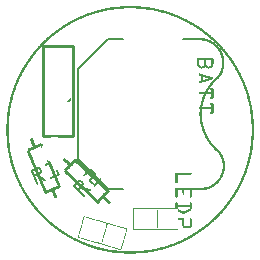
<source format=gto>
G04 MADE WITH FRITZING*
G04 WWW.FRITZING.ORG*
G04 DOUBLE SIDED*
G04 HOLES PLATED*
G04 CONTOUR ON CENTER OF CONTOUR VECTOR*
%ASAXBY*%
%FSLAX23Y23*%
%MOIN*%
%OFA0B0*%
%SFA1.0B1.0*%
%ADD10C,0.010000*%
%ADD11C,0.008000*%
%ADD12R,0.001000X0.001000*%
%LNSILK1*%
G90*
G70*
G54D10*
X224Y392D02*
X224Y692D01*
D02*
X224Y692D02*
X124Y692D01*
D02*
X124Y692D02*
X124Y392D01*
G54D11*
D02*
X339Y716D02*
X239Y616D01*
D02*
X239Y616D02*
X239Y316D01*
D02*
X239Y316D02*
X339Y216D01*
D02*
X339Y216D02*
X389Y216D01*
D02*
X339Y716D02*
X389Y716D01*
D02*
X589Y716D02*
X649Y716D01*
D02*
X589Y216D02*
X649Y216D01*
G54D10*
D02*
X231Y313D02*
X339Y209D01*
D02*
X305Y173D02*
X197Y277D01*
D02*
X177Y227D02*
X131Y207D01*
G54D12*
X394Y826D02*
X433Y826D01*
X379Y825D02*
X448Y825D01*
X369Y824D02*
X458Y824D01*
X360Y823D02*
X467Y823D01*
X353Y822D02*
X474Y822D01*
X347Y821D02*
X480Y821D01*
X341Y820D02*
X486Y820D01*
X336Y819D02*
X491Y819D01*
X330Y818D02*
X393Y818D01*
X434Y818D02*
X497Y818D01*
X326Y817D02*
X378Y817D01*
X449Y817D02*
X501Y817D01*
X321Y816D02*
X368Y816D01*
X459Y816D02*
X506Y816D01*
X317Y815D02*
X359Y815D01*
X468Y815D02*
X510Y815D01*
X313Y814D02*
X352Y814D01*
X475Y814D02*
X514Y814D01*
X309Y813D02*
X346Y813D01*
X481Y813D02*
X518Y813D01*
X305Y812D02*
X340Y812D01*
X487Y812D02*
X522Y812D01*
X302Y811D02*
X335Y811D01*
X492Y811D02*
X525Y811D01*
X298Y810D02*
X330Y810D01*
X497Y810D02*
X529Y810D01*
X295Y809D02*
X325Y809D01*
X502Y809D02*
X532Y809D01*
X292Y808D02*
X321Y808D01*
X506Y808D02*
X535Y808D01*
X289Y807D02*
X317Y807D01*
X510Y807D02*
X538Y807D01*
X285Y806D02*
X313Y806D01*
X514Y806D02*
X542Y806D01*
X282Y805D02*
X309Y805D01*
X518Y805D02*
X545Y805D01*
X279Y804D02*
X305Y804D01*
X522Y804D02*
X548Y804D01*
X277Y803D02*
X301Y803D01*
X526Y803D02*
X550Y803D01*
X274Y802D02*
X298Y802D01*
X529Y802D02*
X553Y802D01*
X271Y801D02*
X295Y801D01*
X532Y801D02*
X556Y801D01*
X268Y800D02*
X291Y800D01*
X536Y800D02*
X559Y800D01*
X266Y799D02*
X288Y799D01*
X539Y799D02*
X561Y799D01*
X263Y798D02*
X285Y798D01*
X542Y798D02*
X564Y798D01*
X261Y797D02*
X282Y797D01*
X545Y797D02*
X566Y797D01*
X258Y796D02*
X279Y796D01*
X548Y796D02*
X569Y796D01*
X256Y795D02*
X277Y795D01*
X550Y795D02*
X571Y795D01*
X253Y794D02*
X274Y794D01*
X553Y794D02*
X574Y794D01*
X251Y793D02*
X271Y793D01*
X556Y793D02*
X576Y793D01*
X249Y792D02*
X268Y792D01*
X559Y792D02*
X578Y792D01*
X247Y791D02*
X266Y791D01*
X561Y791D02*
X580Y791D01*
X244Y790D02*
X263Y790D01*
X564Y790D02*
X583Y790D01*
X242Y789D02*
X261Y789D01*
X566Y789D02*
X585Y789D01*
X240Y788D02*
X258Y788D01*
X569Y788D02*
X587Y788D01*
X238Y787D02*
X256Y787D01*
X571Y787D02*
X589Y787D01*
X236Y786D02*
X254Y786D01*
X573Y786D02*
X591Y786D01*
X234Y785D02*
X251Y785D01*
X576Y785D02*
X593Y785D01*
X232Y784D02*
X249Y784D01*
X578Y784D02*
X595Y784D01*
X230Y783D02*
X247Y783D01*
X580Y783D02*
X597Y783D01*
X228Y782D02*
X245Y782D01*
X582Y782D02*
X599Y782D01*
X226Y781D02*
X243Y781D01*
X584Y781D02*
X601Y781D01*
X224Y780D02*
X240Y780D01*
X587Y780D02*
X603Y780D01*
X222Y779D02*
X238Y779D01*
X589Y779D02*
X605Y779D01*
X220Y778D02*
X236Y778D01*
X591Y778D02*
X607Y778D01*
X218Y777D02*
X234Y777D01*
X593Y777D02*
X609Y777D01*
X216Y776D02*
X232Y776D01*
X595Y776D02*
X611Y776D01*
X214Y775D02*
X230Y775D01*
X597Y775D02*
X613Y775D01*
X213Y774D02*
X228Y774D01*
X599Y774D02*
X614Y774D01*
X211Y773D02*
X226Y773D01*
X601Y773D02*
X616Y773D01*
X209Y772D02*
X224Y772D01*
X603Y772D02*
X618Y772D01*
X207Y771D02*
X222Y771D01*
X605Y771D02*
X620Y771D01*
X206Y770D02*
X221Y770D01*
X606Y770D02*
X621Y770D01*
X204Y769D02*
X219Y769D01*
X608Y769D02*
X623Y769D01*
X202Y768D02*
X217Y768D01*
X610Y768D02*
X625Y768D01*
X200Y767D02*
X215Y767D01*
X612Y767D02*
X627Y767D01*
X199Y766D02*
X214Y766D01*
X613Y766D02*
X628Y766D01*
X197Y765D02*
X212Y765D01*
X615Y765D02*
X630Y765D01*
X196Y764D02*
X210Y764D01*
X617Y764D02*
X631Y764D01*
X194Y763D02*
X208Y763D01*
X619Y763D02*
X633Y763D01*
X193Y762D02*
X207Y762D01*
X620Y762D02*
X634Y762D01*
X191Y761D02*
X205Y761D01*
X622Y761D02*
X636Y761D01*
X189Y760D02*
X203Y760D01*
X624Y760D02*
X638Y760D01*
X188Y759D02*
X202Y759D01*
X625Y759D02*
X639Y759D01*
X186Y758D02*
X200Y758D01*
X627Y758D02*
X641Y758D01*
X185Y757D02*
X198Y757D01*
X629Y757D02*
X642Y757D01*
X183Y756D02*
X197Y756D01*
X630Y756D02*
X644Y756D01*
X182Y755D02*
X195Y755D01*
X632Y755D02*
X645Y755D01*
X180Y754D02*
X194Y754D01*
X633Y754D02*
X647Y754D01*
X179Y753D02*
X192Y753D01*
X635Y753D02*
X648Y753D01*
X178Y752D02*
X191Y752D01*
X636Y752D02*
X649Y752D01*
X176Y751D02*
X189Y751D01*
X638Y751D02*
X651Y751D01*
X175Y750D02*
X188Y750D01*
X639Y750D02*
X652Y750D01*
X173Y749D02*
X186Y749D01*
X641Y749D02*
X654Y749D01*
X172Y748D02*
X185Y748D01*
X642Y748D02*
X655Y748D01*
X171Y747D02*
X183Y747D01*
X644Y747D02*
X656Y747D01*
X169Y746D02*
X182Y746D01*
X645Y746D02*
X658Y746D01*
X168Y745D02*
X180Y745D01*
X647Y745D02*
X659Y745D01*
X166Y744D02*
X179Y744D01*
X648Y744D02*
X661Y744D01*
X165Y743D02*
X178Y743D01*
X649Y743D02*
X662Y743D01*
X164Y742D02*
X176Y742D01*
X651Y742D02*
X663Y742D01*
X163Y741D02*
X175Y741D01*
X652Y741D02*
X664Y741D01*
X161Y740D02*
X173Y740D01*
X654Y740D02*
X666Y740D01*
X160Y739D02*
X172Y739D01*
X655Y739D02*
X667Y739D01*
X159Y738D02*
X171Y738D01*
X656Y738D02*
X668Y738D01*
X157Y737D02*
X169Y737D01*
X658Y737D02*
X670Y737D01*
X156Y736D02*
X168Y736D01*
X659Y736D02*
X671Y736D01*
X155Y735D02*
X167Y735D01*
X660Y735D02*
X672Y735D01*
X154Y734D02*
X165Y734D01*
X662Y734D02*
X673Y734D01*
X152Y733D02*
X164Y733D01*
X663Y733D02*
X675Y733D01*
X151Y732D02*
X163Y732D01*
X664Y732D02*
X676Y732D01*
X150Y731D02*
X162Y731D01*
X665Y731D02*
X677Y731D01*
X149Y730D02*
X160Y730D01*
X667Y730D02*
X678Y730D01*
X148Y729D02*
X159Y729D01*
X668Y729D02*
X679Y729D01*
X146Y728D02*
X158Y728D01*
X669Y728D02*
X681Y728D01*
X145Y727D02*
X157Y727D01*
X670Y727D02*
X682Y727D01*
X144Y726D02*
X155Y726D01*
X672Y726D02*
X683Y726D01*
X143Y725D02*
X154Y725D01*
X673Y725D02*
X684Y725D01*
X142Y724D02*
X153Y724D01*
X674Y724D02*
X685Y724D01*
X141Y723D02*
X152Y723D01*
X675Y723D02*
X686Y723D01*
X140Y722D02*
X151Y722D01*
X676Y722D02*
X687Y722D01*
X138Y721D02*
X150Y721D01*
X677Y721D02*
X689Y721D01*
X137Y720D02*
X148Y720D01*
X679Y720D02*
X690Y720D01*
X136Y719D02*
X147Y719D01*
X649Y719D02*
X655Y719D01*
X680Y719D02*
X691Y719D01*
X135Y718D02*
X146Y718D01*
X649Y718D02*
X661Y718D01*
X681Y718D02*
X692Y718D01*
X134Y717D02*
X145Y717D01*
X649Y717D02*
X665Y717D01*
X682Y717D02*
X693Y717D01*
X133Y716D02*
X144Y716D01*
X649Y716D02*
X669Y716D01*
X683Y716D02*
X694Y716D01*
X132Y715D02*
X143Y715D01*
X649Y715D02*
X672Y715D01*
X684Y715D02*
X695Y715D01*
X131Y714D02*
X141Y714D01*
X649Y714D02*
X674Y714D01*
X686Y714D02*
X696Y714D01*
X130Y713D02*
X140Y713D01*
X649Y713D02*
X677Y713D01*
X687Y713D02*
X697Y713D01*
X129Y712D02*
X139Y712D01*
X649Y712D02*
X679Y712D01*
X688Y712D02*
X698Y712D01*
X128Y711D02*
X138Y711D01*
X655Y711D02*
X681Y711D01*
X689Y711D02*
X699Y711D01*
X127Y710D02*
X137Y710D01*
X661Y710D02*
X683Y710D01*
X690Y710D02*
X700Y710D01*
X126Y709D02*
X136Y709D01*
X666Y709D02*
X685Y709D01*
X691Y709D02*
X701Y709D01*
X125Y708D02*
X135Y708D01*
X669Y708D02*
X687Y708D01*
X692Y708D02*
X702Y708D01*
X124Y707D02*
X134Y707D01*
X672Y707D02*
X688Y707D01*
X693Y707D02*
X703Y707D01*
X122Y706D02*
X133Y706D01*
X674Y706D02*
X690Y706D01*
X694Y706D02*
X705Y706D01*
X121Y705D02*
X132Y705D01*
X677Y705D02*
X691Y705D01*
X695Y705D02*
X706Y705D01*
X121Y704D02*
X131Y704D01*
X679Y704D02*
X693Y704D01*
X696Y704D02*
X706Y704D01*
X120Y703D02*
X130Y703D01*
X681Y703D02*
X694Y703D01*
X697Y703D02*
X707Y703D01*
X119Y702D02*
X129Y702D01*
X683Y702D02*
X695Y702D01*
X698Y702D02*
X708Y702D01*
X118Y701D02*
X128Y701D01*
X684Y701D02*
X697Y701D01*
X699Y701D02*
X709Y701D01*
X117Y700D02*
X127Y700D01*
X686Y700D02*
X698Y700D01*
X700Y700D02*
X710Y700D01*
X116Y699D02*
X126Y699D01*
X687Y699D02*
X699Y699D01*
X701Y699D02*
X711Y699D01*
X115Y698D02*
X125Y698D01*
X689Y698D02*
X700Y698D01*
X702Y698D02*
X712Y698D01*
X114Y697D02*
X124Y697D01*
X690Y697D02*
X701Y697D01*
X703Y697D02*
X713Y697D01*
X113Y696D02*
X123Y696D01*
X692Y696D02*
X702Y696D01*
X704Y696D02*
X714Y696D01*
X112Y695D02*
X122Y695D01*
X693Y695D02*
X703Y695D01*
X705Y695D02*
X715Y695D01*
X111Y694D02*
X121Y694D01*
X694Y694D02*
X704Y694D01*
X706Y694D02*
X716Y694D01*
X110Y693D02*
X120Y693D01*
X695Y693D02*
X705Y693D01*
X707Y693D02*
X717Y693D01*
X109Y692D02*
X119Y692D01*
X696Y692D02*
X706Y692D01*
X708Y692D02*
X718Y692D01*
X108Y691D02*
X118Y691D01*
X697Y691D02*
X707Y691D01*
X709Y691D02*
X719Y691D01*
X107Y690D02*
X117Y690D01*
X698Y690D02*
X708Y690D01*
X710Y690D02*
X720Y690D01*
X106Y689D02*
X116Y689D01*
X699Y689D02*
X709Y689D01*
X711Y689D02*
X721Y689D01*
X106Y688D02*
X115Y688D01*
X700Y688D02*
X710Y688D01*
X712Y688D02*
X721Y688D01*
X105Y687D02*
X114Y687D01*
X701Y687D02*
X710Y687D01*
X713Y687D02*
X722Y687D01*
X104Y686D02*
X113Y686D01*
X702Y686D02*
X711Y686D01*
X714Y686D02*
X723Y686D01*
X103Y685D02*
X112Y685D01*
X703Y685D02*
X712Y685D01*
X715Y685D02*
X724Y685D01*
X102Y684D02*
X112Y684D01*
X704Y684D02*
X713Y684D01*
X715Y684D02*
X725Y684D01*
X101Y683D02*
X111Y683D01*
X705Y683D02*
X713Y683D01*
X716Y683D02*
X726Y683D01*
X100Y682D02*
X110Y682D01*
X705Y682D02*
X714Y682D01*
X717Y682D02*
X727Y682D01*
X99Y681D02*
X109Y681D01*
X706Y681D02*
X715Y681D01*
X718Y681D02*
X728Y681D01*
X99Y680D02*
X108Y680D01*
X707Y680D02*
X715Y680D01*
X719Y680D02*
X728Y680D01*
X98Y679D02*
X107Y679D01*
X707Y679D02*
X716Y679D01*
X720Y679D02*
X729Y679D01*
X97Y678D02*
X106Y678D01*
X708Y678D02*
X716Y678D01*
X721Y678D02*
X730Y678D01*
X96Y677D02*
X106Y677D01*
X709Y677D02*
X717Y677D01*
X721Y677D02*
X731Y677D01*
X95Y676D02*
X105Y676D01*
X709Y676D02*
X718Y676D01*
X722Y676D02*
X732Y676D01*
X94Y675D02*
X104Y675D01*
X710Y675D02*
X718Y675D01*
X723Y675D02*
X733Y675D01*
X94Y674D02*
X103Y674D01*
X711Y674D02*
X719Y674D01*
X724Y674D02*
X733Y674D01*
X93Y673D02*
X102Y673D01*
X711Y673D02*
X719Y673D01*
X725Y673D02*
X734Y673D01*
X92Y672D02*
X101Y672D01*
X712Y672D02*
X720Y672D01*
X726Y672D02*
X735Y672D01*
X91Y671D02*
X100Y671D01*
X712Y671D02*
X720Y671D01*
X727Y671D02*
X736Y671D01*
X90Y670D02*
X100Y670D01*
X713Y670D02*
X720Y670D01*
X727Y670D02*
X737Y670D01*
X90Y669D02*
X99Y669D01*
X713Y669D02*
X721Y669D01*
X728Y669D02*
X737Y669D01*
X89Y668D02*
X98Y668D01*
X714Y668D02*
X721Y668D01*
X729Y668D02*
X738Y668D01*
X88Y667D02*
X97Y667D01*
X714Y667D02*
X722Y667D01*
X730Y667D02*
X739Y667D01*
X87Y666D02*
X96Y666D01*
X714Y666D02*
X722Y666D01*
X731Y666D02*
X740Y666D01*
X87Y665D02*
X96Y665D01*
X715Y665D02*
X722Y665D01*
X731Y665D02*
X740Y665D01*
X86Y664D02*
X95Y664D01*
X715Y664D02*
X723Y664D01*
X732Y664D02*
X741Y664D01*
X85Y663D02*
X94Y663D01*
X716Y663D02*
X723Y663D01*
X733Y663D02*
X742Y663D01*
X84Y662D02*
X93Y662D01*
X716Y662D02*
X723Y662D01*
X734Y662D02*
X743Y662D01*
X83Y661D02*
X92Y661D01*
X716Y661D02*
X724Y661D01*
X735Y661D02*
X744Y661D01*
X83Y660D02*
X92Y660D01*
X717Y660D02*
X724Y660D01*
X735Y660D02*
X744Y660D01*
X82Y659D02*
X91Y659D01*
X717Y659D02*
X724Y659D01*
X736Y659D02*
X745Y659D01*
X81Y658D02*
X90Y658D01*
X717Y658D02*
X725Y658D01*
X737Y658D02*
X746Y658D01*
X81Y657D02*
X89Y657D01*
X718Y657D02*
X725Y657D01*
X738Y657D02*
X746Y657D01*
X80Y656D02*
X89Y656D01*
X718Y656D02*
X725Y656D01*
X738Y656D02*
X747Y656D01*
X79Y655D02*
X88Y655D01*
X718Y655D02*
X725Y655D01*
X739Y655D02*
X748Y655D01*
X78Y654D02*
X87Y654D01*
X718Y654D02*
X725Y654D01*
X740Y654D02*
X749Y654D01*
X78Y653D02*
X86Y653D01*
X719Y653D02*
X726Y653D01*
X741Y653D02*
X749Y653D01*
X77Y652D02*
X86Y652D01*
X638Y652D02*
X690Y652D01*
X719Y652D02*
X726Y652D01*
X741Y652D02*
X750Y652D01*
X76Y651D02*
X85Y651D01*
X637Y651D02*
X690Y651D01*
X719Y651D02*
X726Y651D01*
X742Y651D02*
X751Y651D01*
X76Y650D02*
X84Y650D01*
X637Y650D02*
X691Y650D01*
X719Y650D02*
X726Y650D01*
X743Y650D02*
X751Y650D01*
X75Y649D02*
X84Y649D01*
X637Y649D02*
X691Y649D01*
X719Y649D02*
X726Y649D01*
X743Y649D02*
X752Y649D01*
X74Y648D02*
X83Y648D01*
X637Y648D02*
X691Y648D01*
X720Y648D02*
X726Y648D01*
X744Y648D02*
X753Y648D01*
X73Y647D02*
X82Y647D01*
X637Y647D02*
X691Y647D01*
X720Y647D02*
X727Y647D01*
X745Y647D02*
X754Y647D01*
X73Y646D02*
X81Y646D01*
X637Y646D02*
X691Y646D01*
X720Y646D02*
X727Y646D01*
X746Y646D02*
X754Y646D01*
X72Y645D02*
X81Y645D01*
X637Y645D02*
X643Y645D01*
X661Y645D02*
X667Y645D01*
X684Y645D02*
X691Y645D01*
X720Y645D02*
X727Y645D01*
X746Y645D02*
X755Y645D01*
X71Y644D02*
X80Y644D01*
X637Y644D02*
X643Y644D01*
X661Y644D02*
X667Y644D01*
X684Y644D02*
X691Y644D01*
X720Y644D02*
X727Y644D01*
X747Y644D02*
X756Y644D01*
X71Y643D02*
X79Y643D01*
X637Y643D02*
X643Y643D01*
X661Y643D02*
X667Y643D01*
X684Y643D02*
X691Y643D01*
X720Y643D02*
X727Y643D01*
X748Y643D02*
X756Y643D01*
X70Y642D02*
X79Y642D01*
X637Y642D02*
X643Y642D01*
X661Y642D02*
X667Y642D01*
X684Y642D02*
X691Y642D01*
X720Y642D02*
X727Y642D01*
X748Y642D02*
X757Y642D01*
X69Y641D02*
X78Y641D01*
X637Y641D02*
X643Y641D01*
X661Y641D02*
X667Y641D01*
X684Y641D02*
X691Y641D01*
X720Y641D02*
X727Y641D01*
X749Y641D02*
X758Y641D01*
X69Y640D02*
X77Y640D01*
X637Y640D02*
X643Y640D01*
X661Y640D02*
X667Y640D01*
X684Y640D02*
X691Y640D01*
X720Y640D02*
X727Y640D01*
X750Y640D02*
X758Y640D01*
X68Y639D02*
X77Y639D01*
X637Y639D02*
X643Y639D01*
X661Y639D02*
X667Y639D01*
X684Y639D02*
X691Y639D01*
X720Y639D02*
X727Y639D01*
X750Y639D02*
X759Y639D01*
X67Y638D02*
X76Y638D01*
X637Y638D02*
X643Y638D01*
X661Y638D02*
X667Y638D01*
X684Y638D02*
X691Y638D01*
X720Y638D02*
X727Y638D01*
X751Y638D02*
X760Y638D01*
X67Y637D02*
X75Y637D01*
X637Y637D02*
X643Y637D01*
X661Y637D02*
X667Y637D01*
X684Y637D02*
X691Y637D01*
X720Y637D02*
X727Y637D01*
X752Y637D02*
X760Y637D01*
X66Y636D02*
X75Y636D01*
X637Y636D02*
X643Y636D01*
X661Y636D02*
X667Y636D01*
X684Y636D02*
X691Y636D01*
X720Y636D02*
X727Y636D01*
X752Y636D02*
X761Y636D01*
X66Y635D02*
X74Y635D01*
X637Y635D02*
X643Y635D01*
X661Y635D02*
X667Y635D01*
X684Y635D02*
X691Y635D01*
X720Y635D02*
X727Y635D01*
X753Y635D02*
X761Y635D01*
X65Y634D02*
X73Y634D01*
X637Y634D02*
X643Y634D01*
X661Y634D02*
X667Y634D01*
X684Y634D02*
X691Y634D01*
X720Y634D02*
X727Y634D01*
X754Y634D02*
X762Y634D01*
X64Y633D02*
X73Y633D01*
X637Y633D02*
X643Y633D01*
X661Y633D02*
X667Y633D01*
X684Y633D02*
X691Y633D01*
X720Y633D02*
X727Y633D01*
X754Y633D02*
X763Y633D01*
X64Y632D02*
X72Y632D01*
X637Y632D02*
X643Y632D01*
X661Y632D02*
X667Y632D01*
X684Y632D02*
X691Y632D01*
X720Y632D02*
X727Y632D01*
X755Y632D02*
X763Y632D01*
X63Y631D02*
X71Y631D01*
X637Y631D02*
X644Y631D01*
X661Y631D02*
X667Y631D01*
X684Y631D02*
X690Y631D01*
X720Y631D02*
X727Y631D01*
X756Y631D02*
X764Y631D01*
X62Y630D02*
X71Y630D01*
X638Y630D02*
X644Y630D01*
X661Y630D02*
X667Y630D01*
X684Y630D02*
X690Y630D01*
X720Y630D02*
X727Y630D01*
X756Y630D02*
X765Y630D01*
X62Y629D02*
X70Y629D01*
X638Y629D02*
X644Y629D01*
X660Y629D02*
X668Y629D01*
X684Y629D02*
X690Y629D01*
X720Y629D02*
X727Y629D01*
X757Y629D02*
X765Y629D01*
X61Y628D02*
X69Y628D01*
X638Y628D02*
X645Y628D01*
X660Y628D02*
X668Y628D01*
X683Y628D02*
X690Y628D01*
X720Y628D02*
X727Y628D01*
X758Y628D02*
X766Y628D01*
X60Y627D02*
X69Y627D01*
X638Y627D02*
X646Y627D01*
X659Y627D02*
X669Y627D01*
X682Y627D02*
X690Y627D01*
X720Y627D02*
X727Y627D01*
X758Y627D02*
X767Y627D01*
X60Y626D02*
X68Y626D01*
X639Y626D02*
X647Y626D01*
X657Y626D02*
X670Y626D01*
X681Y626D02*
X689Y626D01*
X720Y626D02*
X726Y626D01*
X759Y626D02*
X767Y626D01*
X59Y625D02*
X68Y625D01*
X639Y625D02*
X650Y625D01*
X655Y625D02*
X673Y625D01*
X678Y625D02*
X689Y625D01*
X719Y625D02*
X726Y625D01*
X759Y625D02*
X768Y625D01*
X59Y624D02*
X67Y624D01*
X640Y624D02*
X688Y624D01*
X719Y624D02*
X726Y624D01*
X760Y624D02*
X768Y624D01*
X58Y623D02*
X66Y623D01*
X641Y623D02*
X687Y623D01*
X719Y623D02*
X726Y623D01*
X761Y623D02*
X769Y623D01*
X58Y622D02*
X66Y622D01*
X642Y622D02*
X663Y622D01*
X665Y622D02*
X686Y622D01*
X719Y622D02*
X726Y622D01*
X761Y622D02*
X769Y622D01*
X57Y621D02*
X65Y621D01*
X643Y621D02*
X662Y621D01*
X666Y621D02*
X685Y621D01*
X719Y621D02*
X726Y621D01*
X762Y621D02*
X770Y621D01*
X56Y620D02*
X65Y620D01*
X644Y620D02*
X660Y620D01*
X668Y620D02*
X684Y620D01*
X718Y620D02*
X725Y620D01*
X762Y620D02*
X771Y620D01*
X56Y619D02*
X64Y619D01*
X646Y619D02*
X658Y619D01*
X670Y619D02*
X682Y619D01*
X718Y619D02*
X725Y619D01*
X763Y619D02*
X771Y619D01*
X55Y618D02*
X63Y618D01*
X650Y618D02*
X653Y618D01*
X674Y618D02*
X677Y618D01*
X718Y618D02*
X725Y618D01*
X764Y618D02*
X772Y618D01*
X55Y617D02*
X63Y617D01*
X718Y617D02*
X725Y617D01*
X764Y617D02*
X772Y617D01*
X54Y616D02*
X62Y616D01*
X717Y616D02*
X724Y616D01*
X765Y616D02*
X773Y616D01*
X54Y615D02*
X62Y615D01*
X717Y615D02*
X724Y615D01*
X765Y615D02*
X773Y615D01*
X53Y614D02*
X61Y614D01*
X717Y614D02*
X724Y614D01*
X766Y614D02*
X774Y614D01*
X52Y613D02*
X61Y613D01*
X716Y613D02*
X724Y613D01*
X766Y613D02*
X775Y613D01*
X52Y612D02*
X60Y612D01*
X716Y612D02*
X723Y612D01*
X767Y612D02*
X775Y612D01*
X51Y611D02*
X59Y611D01*
X716Y611D02*
X723Y611D01*
X768Y611D02*
X776Y611D01*
X51Y610D02*
X59Y610D01*
X715Y610D02*
X723Y610D01*
X768Y610D02*
X776Y610D01*
X50Y609D02*
X58Y609D01*
X715Y609D02*
X722Y609D01*
X769Y609D02*
X777Y609D01*
X50Y608D02*
X58Y608D01*
X715Y608D02*
X722Y608D01*
X769Y608D02*
X777Y608D01*
X49Y607D02*
X57Y607D01*
X714Y607D02*
X722Y607D01*
X770Y607D02*
X778Y607D01*
X49Y606D02*
X57Y606D01*
X714Y606D02*
X721Y606D01*
X770Y606D02*
X778Y606D01*
X48Y605D02*
X56Y605D01*
X713Y605D02*
X721Y605D01*
X771Y605D02*
X779Y605D01*
X48Y604D02*
X55Y604D01*
X713Y604D02*
X720Y604D01*
X772Y604D02*
X779Y604D01*
X47Y603D02*
X55Y603D01*
X712Y603D02*
X720Y603D01*
X772Y603D02*
X780Y603D01*
X47Y602D02*
X54Y602D01*
X712Y602D02*
X719Y602D01*
X773Y602D02*
X780Y602D01*
X46Y601D02*
X54Y601D01*
X644Y601D02*
X645Y601D01*
X711Y601D02*
X719Y601D01*
X773Y601D02*
X781Y601D01*
X46Y600D02*
X53Y600D01*
X644Y600D02*
X648Y600D01*
X710Y600D02*
X718Y600D01*
X774Y600D02*
X781Y600D01*
X45Y599D02*
X53Y599D01*
X644Y599D02*
X652Y599D01*
X710Y599D02*
X718Y599D01*
X774Y599D02*
X782Y599D01*
X45Y598D02*
X52Y598D01*
X644Y598D02*
X655Y598D01*
X709Y598D02*
X718Y598D01*
X775Y598D02*
X782Y598D01*
X44Y597D02*
X52Y597D01*
X644Y597D02*
X659Y597D01*
X709Y597D02*
X717Y597D01*
X775Y597D02*
X783Y597D01*
X44Y596D02*
X51Y596D01*
X644Y596D02*
X662Y596D01*
X708Y596D02*
X716Y596D01*
X776Y596D02*
X783Y596D01*
X43Y595D02*
X51Y595D01*
X644Y595D02*
X665Y595D01*
X707Y595D02*
X716Y595D01*
X776Y595D02*
X784Y595D01*
X43Y594D02*
X50Y594D01*
X645Y594D02*
X669Y594D01*
X707Y594D02*
X715Y594D01*
X777Y594D02*
X784Y594D01*
X42Y593D02*
X50Y593D01*
X648Y593D02*
X672Y593D01*
X706Y593D02*
X715Y593D01*
X777Y593D02*
X785Y593D01*
X42Y592D02*
X49Y592D01*
X649Y592D02*
X676Y592D01*
X705Y592D02*
X714Y592D01*
X778Y592D02*
X785Y592D01*
X41Y591D02*
X49Y591D01*
X649Y591D02*
X679Y591D01*
X703Y591D02*
X713Y591D01*
X778Y591D02*
X786Y591D01*
X41Y590D02*
X48Y590D01*
X649Y590D02*
X655Y590D01*
X658Y590D02*
X682Y590D01*
X702Y590D02*
X713Y590D01*
X779Y590D02*
X786Y590D01*
X40Y589D02*
X48Y589D01*
X649Y589D02*
X655Y589D01*
X662Y589D02*
X686Y589D01*
X701Y589D02*
X710Y589D01*
X712Y589D02*
X712Y589D01*
X779Y589D02*
X787Y589D01*
X40Y588D02*
X47Y588D01*
X649Y588D02*
X655Y588D01*
X665Y588D02*
X689Y588D01*
X700Y588D02*
X710Y588D01*
X780Y588D02*
X787Y588D01*
X39Y587D02*
X47Y587D01*
X649Y587D02*
X655Y587D01*
X669Y587D02*
X690Y587D01*
X699Y587D02*
X710Y587D01*
X780Y587D02*
X788Y587D01*
X39Y586D02*
X46Y586D01*
X649Y586D02*
X655Y586D01*
X672Y586D02*
X690Y586D01*
X698Y586D02*
X709Y586D01*
X781Y586D02*
X788Y586D01*
X38Y585D02*
X46Y585D01*
X649Y585D02*
X655Y585D01*
X675Y585D02*
X690Y585D01*
X697Y585D02*
X708Y585D01*
X781Y585D02*
X789Y585D01*
X38Y584D02*
X46Y584D01*
X649Y584D02*
X655Y584D01*
X672Y584D02*
X690Y584D01*
X696Y584D02*
X707Y584D01*
X781Y584D02*
X789Y584D01*
X37Y583D02*
X45Y583D01*
X649Y583D02*
X655Y583D01*
X669Y583D02*
X690Y583D01*
X695Y583D02*
X705Y583D01*
X782Y583D02*
X790Y583D01*
X37Y582D02*
X45Y582D01*
X649Y582D02*
X655Y582D01*
X665Y582D02*
X689Y582D01*
X694Y582D02*
X704Y582D01*
X782Y582D02*
X790Y582D01*
X37Y581D02*
X44Y581D01*
X649Y581D02*
X655Y581D01*
X662Y581D02*
X686Y581D01*
X693Y581D02*
X703Y581D01*
X783Y581D02*
X790Y581D01*
X36Y580D02*
X44Y580D01*
X649Y580D02*
X655Y580D01*
X658Y580D02*
X682Y580D01*
X692Y580D02*
X702Y580D01*
X783Y580D02*
X791Y580D01*
X36Y579D02*
X43Y579D01*
X649Y579D02*
X679Y579D01*
X691Y579D02*
X701Y579D01*
X784Y579D02*
X791Y579D01*
X35Y578D02*
X43Y578D01*
X649Y578D02*
X676Y578D01*
X690Y578D02*
X700Y578D01*
X784Y578D02*
X792Y578D01*
X35Y577D02*
X42Y577D01*
X648Y577D02*
X672Y577D01*
X689Y577D02*
X699Y577D01*
X785Y577D02*
X792Y577D01*
X34Y576D02*
X42Y576D01*
X645Y576D02*
X669Y576D01*
X688Y576D02*
X698Y576D01*
X785Y576D02*
X793Y576D01*
X34Y575D02*
X41Y575D01*
X644Y575D02*
X665Y575D01*
X687Y575D02*
X697Y575D01*
X786Y575D02*
X793Y575D01*
X33Y574D02*
X41Y574D01*
X644Y574D02*
X662Y574D01*
X686Y574D02*
X696Y574D01*
X786Y574D02*
X794Y574D01*
X33Y573D02*
X41Y573D01*
X644Y573D02*
X659Y573D01*
X685Y573D02*
X695Y573D01*
X786Y573D02*
X794Y573D01*
X33Y572D02*
X40Y572D01*
X644Y572D02*
X655Y572D01*
X684Y572D02*
X694Y572D01*
X787Y572D02*
X794Y572D01*
X32Y571D02*
X40Y571D01*
X644Y571D02*
X652Y571D01*
X684Y571D02*
X693Y571D01*
X787Y571D02*
X795Y571D01*
X32Y570D02*
X39Y570D01*
X644Y570D02*
X648Y570D01*
X683Y570D02*
X692Y570D01*
X788Y570D02*
X795Y570D01*
X31Y569D02*
X39Y569D01*
X644Y569D02*
X645Y569D01*
X682Y569D02*
X691Y569D01*
X788Y569D02*
X796Y569D01*
X31Y568D02*
X38Y568D01*
X681Y568D02*
X690Y568D01*
X789Y568D02*
X796Y568D01*
X31Y567D02*
X38Y567D01*
X680Y567D02*
X690Y567D01*
X789Y567D02*
X796Y567D01*
X30Y566D02*
X38Y566D01*
X680Y566D02*
X689Y566D01*
X789Y566D02*
X797Y566D01*
X30Y565D02*
X37Y565D01*
X679Y565D02*
X688Y565D01*
X790Y565D02*
X797Y565D01*
X29Y564D02*
X37Y564D01*
X678Y564D02*
X687Y564D01*
X790Y564D02*
X798Y564D01*
X29Y563D02*
X36Y563D01*
X677Y563D02*
X686Y563D01*
X791Y563D02*
X798Y563D01*
X29Y562D02*
X36Y562D01*
X677Y562D02*
X685Y562D01*
X791Y562D02*
X798Y562D01*
X28Y561D02*
X36Y561D01*
X676Y561D02*
X685Y561D01*
X791Y561D02*
X799Y561D01*
X28Y560D02*
X35Y560D01*
X675Y560D02*
X684Y560D01*
X792Y560D02*
X799Y560D01*
X27Y559D02*
X35Y559D01*
X674Y559D02*
X683Y559D01*
X792Y559D02*
X800Y559D01*
X27Y558D02*
X34Y558D01*
X133Y558D02*
X133Y558D01*
X674Y558D02*
X682Y558D01*
X793Y558D02*
X800Y558D01*
X27Y557D02*
X34Y557D01*
X133Y557D02*
X133Y557D01*
X673Y557D02*
X682Y557D01*
X793Y557D02*
X800Y557D01*
X26Y556D02*
X34Y556D01*
X673Y556D02*
X681Y556D01*
X793Y556D02*
X801Y556D01*
X26Y555D02*
X33Y555D01*
X672Y555D02*
X680Y555D01*
X794Y555D02*
X801Y555D01*
X26Y554D02*
X33Y554D01*
X671Y554D02*
X680Y554D01*
X794Y554D02*
X801Y554D01*
X25Y553D02*
X33Y553D01*
X671Y553D02*
X679Y553D01*
X794Y553D02*
X802Y553D01*
X25Y552D02*
X32Y552D01*
X217Y552D02*
X217Y552D01*
X670Y552D02*
X678Y552D01*
X680Y552D02*
X689Y552D01*
X795Y552D02*
X802Y552D01*
X25Y551D02*
X32Y551D01*
X669Y551D02*
X690Y551D01*
X795Y551D02*
X802Y551D01*
X24Y550D02*
X32Y550D01*
X669Y550D02*
X677Y550D01*
X679Y550D02*
X690Y550D01*
X795Y550D02*
X803Y550D01*
X24Y549D02*
X31Y549D01*
X668Y549D02*
X676Y549D01*
X679Y549D02*
X691Y549D01*
X796Y549D02*
X803Y549D01*
X23Y548D02*
X31Y548D01*
X668Y548D02*
X676Y548D01*
X679Y548D02*
X691Y548D01*
X796Y548D02*
X803Y548D01*
X23Y547D02*
X30Y547D01*
X667Y547D02*
X675Y547D01*
X679Y547D02*
X691Y547D01*
X797Y547D02*
X804Y547D01*
X23Y546D02*
X30Y546D01*
X666Y546D02*
X674Y546D01*
X682Y546D02*
X691Y546D01*
X797Y546D02*
X804Y546D01*
X22Y545D02*
X30Y545D01*
X666Y545D02*
X674Y545D01*
X684Y545D02*
X691Y545D01*
X797Y545D02*
X805Y545D01*
X22Y544D02*
X29Y544D01*
X665Y544D02*
X673Y544D01*
X684Y544D02*
X691Y544D01*
X798Y544D02*
X805Y544D01*
X22Y543D02*
X29Y543D01*
X665Y543D02*
X673Y543D01*
X684Y543D02*
X691Y543D01*
X798Y543D02*
X805Y543D01*
X21Y542D02*
X29Y542D01*
X664Y542D02*
X672Y542D01*
X684Y542D02*
X691Y542D01*
X798Y542D02*
X806Y542D01*
X21Y541D02*
X28Y541D01*
X664Y541D02*
X672Y541D01*
X684Y541D02*
X691Y541D01*
X799Y541D02*
X806Y541D01*
X21Y540D02*
X28Y540D01*
X663Y540D02*
X671Y540D01*
X684Y540D02*
X691Y540D01*
X799Y540D02*
X806Y540D01*
X21Y539D02*
X28Y539D01*
X663Y539D02*
X670Y539D01*
X684Y539D02*
X691Y539D01*
X799Y539D02*
X806Y539D01*
X20Y538D02*
X27Y538D01*
X644Y538D02*
X691Y538D01*
X800Y538D02*
X807Y538D01*
X20Y537D02*
X27Y537D01*
X644Y537D02*
X691Y537D01*
X800Y537D02*
X807Y537D01*
X20Y536D02*
X27Y536D01*
X644Y536D02*
X691Y536D01*
X800Y536D02*
X807Y536D01*
X19Y535D02*
X26Y535D01*
X644Y535D02*
X691Y535D01*
X801Y535D02*
X808Y535D01*
X19Y534D02*
X26Y534D01*
X644Y534D02*
X691Y534D01*
X801Y534D02*
X808Y534D01*
X19Y533D02*
X26Y533D01*
X644Y533D02*
X691Y533D01*
X801Y533D02*
X808Y533D01*
X18Y532D02*
X26Y532D01*
X644Y532D02*
X691Y532D01*
X801Y532D02*
X809Y532D01*
X18Y531D02*
X25Y531D01*
X659Y531D02*
X667Y531D01*
X684Y531D02*
X691Y531D01*
X802Y531D02*
X809Y531D01*
X18Y530D02*
X25Y530D01*
X659Y530D02*
X666Y530D01*
X684Y530D02*
X691Y530D01*
X802Y530D02*
X809Y530D01*
X17Y529D02*
X25Y529D01*
X658Y529D02*
X666Y529D01*
X684Y529D02*
X691Y529D01*
X802Y529D02*
X810Y529D01*
X17Y528D02*
X24Y528D01*
X658Y528D02*
X665Y528D01*
X684Y528D02*
X691Y528D01*
X803Y528D02*
X810Y528D01*
X17Y527D02*
X24Y527D01*
X657Y527D02*
X665Y527D01*
X684Y527D02*
X691Y527D01*
X803Y527D02*
X810Y527D01*
X17Y526D02*
X24Y526D01*
X657Y526D02*
X664Y526D01*
X684Y526D02*
X691Y526D01*
X803Y526D02*
X810Y526D01*
X16Y525D02*
X23Y525D01*
X657Y525D02*
X664Y525D01*
X684Y525D02*
X691Y525D01*
X804Y525D02*
X811Y525D01*
X16Y524D02*
X23Y524D01*
X656Y524D02*
X664Y524D01*
X684Y524D02*
X691Y524D01*
X804Y524D02*
X811Y524D01*
X16Y523D02*
X23Y523D01*
X656Y523D02*
X663Y523D01*
X680Y523D02*
X691Y523D01*
X804Y523D02*
X811Y523D01*
X15Y522D02*
X23Y522D01*
X655Y522D02*
X663Y522D01*
X679Y522D02*
X691Y522D01*
X804Y522D02*
X812Y522D01*
X15Y521D02*
X22Y521D01*
X213Y521D02*
X213Y521D01*
X655Y521D02*
X662Y521D01*
X679Y521D02*
X691Y521D01*
X805Y521D02*
X812Y521D01*
X15Y520D02*
X22Y520D01*
X213Y520D02*
X214Y520D01*
X655Y520D02*
X662Y520D01*
X679Y520D02*
X690Y520D01*
X805Y520D02*
X812Y520D01*
X15Y519D02*
X22Y519D01*
X212Y519D02*
X215Y519D01*
X654Y519D02*
X662Y519D01*
X679Y519D02*
X690Y519D01*
X805Y519D02*
X812Y519D01*
X14Y518D02*
X22Y518D01*
X212Y518D02*
X216Y518D01*
X654Y518D02*
X661Y518D01*
X680Y518D02*
X690Y518D01*
X805Y518D02*
X813Y518D01*
X14Y517D02*
X21Y517D01*
X211Y517D02*
X216Y517D01*
X654Y517D02*
X661Y517D01*
X682Y517D02*
X688Y517D01*
X806Y517D02*
X813Y517D01*
X14Y516D02*
X21Y516D01*
X210Y516D02*
X216Y516D01*
X653Y516D02*
X661Y516D01*
X806Y516D02*
X813Y516D01*
X14Y515D02*
X21Y515D01*
X210Y515D02*
X217Y515D01*
X653Y515D02*
X660Y515D01*
X806Y515D02*
X813Y515D01*
X13Y514D02*
X21Y514D01*
X211Y514D02*
X217Y514D01*
X653Y514D02*
X660Y514D01*
X806Y514D02*
X814Y514D01*
X13Y513D02*
X20Y513D01*
X208Y513D02*
X217Y513D01*
X652Y513D02*
X660Y513D01*
X807Y513D02*
X814Y513D01*
X13Y512D02*
X20Y512D01*
X207Y512D02*
X216Y512D01*
X652Y512D02*
X659Y512D01*
X807Y512D02*
X814Y512D01*
X13Y511D02*
X20Y511D01*
X206Y511D02*
X216Y511D01*
X652Y511D02*
X659Y511D01*
X807Y511D02*
X814Y511D01*
X12Y510D02*
X20Y510D01*
X205Y510D02*
X216Y510D01*
X651Y510D02*
X659Y510D01*
X807Y510D02*
X815Y510D01*
X12Y509D02*
X19Y509D01*
X204Y509D02*
X215Y509D01*
X651Y509D02*
X658Y509D01*
X808Y509D02*
X815Y509D01*
X12Y508D02*
X19Y508D01*
X203Y508D02*
X214Y508D01*
X651Y508D02*
X658Y508D01*
X808Y508D02*
X815Y508D01*
X12Y507D02*
X19Y507D01*
X147Y507D02*
X147Y507D01*
X202Y507D02*
X212Y507D01*
X651Y507D02*
X658Y507D01*
X808Y507D02*
X815Y507D01*
X11Y506D02*
X19Y506D01*
X650Y506D02*
X658Y506D01*
X808Y506D02*
X816Y506D01*
X11Y505D02*
X18Y505D01*
X650Y505D02*
X657Y505D01*
X809Y505D02*
X816Y505D01*
X11Y504D02*
X18Y504D01*
X650Y504D02*
X657Y504D01*
X809Y504D02*
X816Y504D01*
X11Y503D02*
X18Y503D01*
X650Y503D02*
X657Y503D01*
X809Y503D02*
X816Y503D01*
X11Y502D02*
X18Y502D01*
X649Y502D02*
X657Y502D01*
X680Y502D02*
X689Y502D01*
X809Y502D02*
X816Y502D01*
X10Y501D02*
X17Y501D01*
X649Y501D02*
X656Y501D01*
X679Y501D02*
X690Y501D01*
X810Y501D02*
X817Y501D01*
X10Y500D02*
X17Y500D01*
X649Y500D02*
X656Y500D01*
X679Y500D02*
X690Y500D01*
X810Y500D02*
X817Y500D01*
X10Y499D02*
X17Y499D01*
X649Y499D02*
X656Y499D01*
X679Y499D02*
X690Y499D01*
X810Y499D02*
X817Y499D01*
X10Y498D02*
X17Y498D01*
X649Y498D02*
X656Y498D01*
X679Y498D02*
X691Y498D01*
X810Y498D02*
X817Y498D01*
X9Y497D02*
X17Y497D01*
X648Y497D02*
X655Y497D01*
X679Y497D02*
X691Y497D01*
X810Y497D02*
X818Y497D01*
X9Y496D02*
X16Y496D01*
X648Y496D02*
X655Y496D01*
X681Y496D02*
X691Y496D01*
X811Y496D02*
X818Y496D01*
X9Y495D02*
X16Y495D01*
X648Y495D02*
X655Y495D01*
X684Y495D02*
X691Y495D01*
X811Y495D02*
X818Y495D01*
X9Y494D02*
X16Y494D01*
X648Y494D02*
X655Y494D01*
X684Y494D02*
X691Y494D01*
X811Y494D02*
X818Y494D01*
X9Y493D02*
X16Y493D01*
X648Y493D02*
X655Y493D01*
X684Y493D02*
X691Y493D01*
X811Y493D02*
X818Y493D01*
X9Y492D02*
X16Y492D01*
X647Y492D02*
X655Y492D01*
X684Y492D02*
X691Y492D01*
X811Y492D02*
X818Y492D01*
X8Y491D02*
X15Y491D01*
X647Y491D02*
X654Y491D01*
X684Y491D02*
X691Y491D01*
X812Y491D02*
X819Y491D01*
X8Y490D02*
X15Y490D01*
X647Y490D02*
X654Y490D01*
X684Y490D02*
X691Y490D01*
X812Y490D02*
X819Y490D01*
X8Y489D02*
X15Y489D01*
X647Y489D02*
X654Y489D01*
X684Y489D02*
X691Y489D01*
X812Y489D02*
X819Y489D01*
X8Y488D02*
X15Y488D01*
X644Y488D02*
X691Y488D01*
X812Y488D02*
X819Y488D01*
X8Y487D02*
X15Y487D01*
X644Y487D02*
X691Y487D01*
X812Y487D02*
X819Y487D01*
X7Y486D02*
X14Y486D01*
X644Y486D02*
X691Y486D01*
X813Y486D02*
X820Y486D01*
X7Y485D02*
X14Y485D01*
X644Y485D02*
X691Y485D01*
X813Y485D02*
X820Y485D01*
X7Y484D02*
X14Y484D01*
X644Y484D02*
X691Y484D01*
X813Y484D02*
X820Y484D01*
X7Y483D02*
X14Y483D01*
X644Y483D02*
X691Y483D01*
X813Y483D02*
X820Y483D01*
X7Y482D02*
X14Y482D01*
X644Y482D02*
X691Y482D01*
X813Y482D02*
X820Y482D01*
X7Y481D02*
X14Y481D01*
X646Y481D02*
X653Y481D01*
X684Y481D02*
X691Y481D01*
X813Y481D02*
X820Y481D01*
X6Y480D02*
X13Y480D01*
X646Y480D02*
X653Y480D01*
X684Y480D02*
X691Y480D01*
X814Y480D02*
X821Y480D01*
X6Y479D02*
X13Y479D01*
X646Y479D02*
X653Y479D01*
X684Y479D02*
X691Y479D01*
X814Y479D02*
X821Y479D01*
X6Y478D02*
X13Y478D01*
X646Y478D02*
X653Y478D01*
X684Y478D02*
X691Y478D01*
X814Y478D02*
X821Y478D01*
X6Y477D02*
X13Y477D01*
X646Y477D02*
X653Y477D01*
X684Y477D02*
X691Y477D01*
X814Y477D02*
X821Y477D01*
X6Y476D02*
X13Y476D01*
X646Y476D02*
X653Y476D01*
X684Y476D02*
X691Y476D01*
X814Y476D02*
X821Y476D01*
X6Y475D02*
X13Y475D01*
X646Y475D02*
X653Y475D01*
X684Y475D02*
X691Y475D01*
X814Y475D02*
X821Y475D01*
X5Y474D02*
X12Y474D01*
X646Y474D02*
X653Y474D01*
X684Y474D02*
X691Y474D01*
X815Y474D02*
X822Y474D01*
X5Y473D02*
X12Y473D01*
X646Y473D02*
X653Y473D01*
X680Y473D02*
X691Y473D01*
X815Y473D02*
X822Y473D01*
X5Y472D02*
X12Y472D01*
X646Y472D02*
X652Y472D01*
X679Y472D02*
X691Y472D01*
X815Y472D02*
X822Y472D01*
X5Y471D02*
X12Y471D01*
X645Y471D02*
X652Y471D01*
X679Y471D02*
X691Y471D01*
X815Y471D02*
X822Y471D01*
X5Y470D02*
X12Y470D01*
X645Y470D02*
X652Y470D01*
X679Y470D02*
X690Y470D01*
X815Y470D02*
X822Y470D01*
X5Y469D02*
X12Y469D01*
X645Y469D02*
X652Y469D01*
X679Y469D02*
X690Y469D01*
X815Y469D02*
X822Y469D01*
X5Y468D02*
X12Y468D01*
X645Y468D02*
X652Y468D01*
X680Y468D02*
X690Y468D01*
X815Y468D02*
X822Y468D01*
X4Y467D02*
X11Y467D01*
X645Y467D02*
X652Y467D01*
X681Y467D02*
X688Y467D01*
X816Y467D02*
X823Y467D01*
X4Y466D02*
X11Y466D01*
X645Y466D02*
X652Y466D01*
X816Y466D02*
X823Y466D01*
X4Y465D02*
X11Y465D01*
X645Y465D02*
X652Y465D01*
X816Y465D02*
X823Y465D01*
X4Y464D02*
X11Y464D01*
X645Y464D02*
X652Y464D01*
X816Y464D02*
X823Y464D01*
X4Y463D02*
X11Y463D01*
X645Y463D02*
X652Y463D01*
X816Y463D02*
X823Y463D01*
X4Y462D02*
X11Y462D01*
X645Y462D02*
X652Y462D01*
X816Y462D02*
X823Y462D01*
X4Y461D02*
X11Y461D01*
X645Y461D02*
X652Y461D01*
X816Y461D02*
X823Y461D01*
X4Y460D02*
X11Y460D01*
X645Y460D02*
X652Y460D01*
X816Y460D02*
X823Y460D01*
X4Y459D02*
X11Y459D01*
X646Y459D02*
X653Y459D01*
X816Y459D02*
X823Y459D01*
X3Y458D02*
X10Y458D01*
X646Y458D02*
X653Y458D01*
X817Y458D02*
X824Y458D01*
X3Y457D02*
X10Y457D01*
X646Y457D02*
X653Y457D01*
X817Y457D02*
X824Y457D01*
X3Y456D02*
X10Y456D01*
X646Y456D02*
X653Y456D01*
X817Y456D02*
X824Y456D01*
X3Y455D02*
X10Y455D01*
X646Y455D02*
X653Y455D01*
X817Y455D02*
X824Y455D01*
X3Y454D02*
X10Y454D01*
X646Y454D02*
X653Y454D01*
X817Y454D02*
X824Y454D01*
X3Y453D02*
X10Y453D01*
X646Y453D02*
X653Y453D01*
X817Y453D02*
X824Y453D01*
X3Y452D02*
X10Y452D01*
X646Y452D02*
X653Y452D01*
X817Y452D02*
X824Y452D01*
X3Y451D02*
X10Y451D01*
X646Y451D02*
X653Y451D01*
X817Y451D02*
X824Y451D01*
X3Y450D02*
X10Y450D01*
X646Y450D02*
X653Y450D01*
X817Y450D02*
X824Y450D01*
X3Y449D02*
X10Y449D01*
X646Y449D02*
X653Y449D01*
X817Y449D02*
X824Y449D01*
X2Y448D02*
X9Y448D01*
X646Y448D02*
X653Y448D01*
X818Y448D02*
X825Y448D01*
X2Y447D02*
X9Y447D01*
X646Y447D02*
X653Y447D01*
X818Y447D02*
X825Y447D01*
X2Y446D02*
X9Y446D01*
X647Y446D02*
X654Y446D01*
X818Y446D02*
X825Y446D01*
X2Y445D02*
X9Y445D01*
X647Y445D02*
X654Y445D01*
X818Y445D02*
X825Y445D01*
X2Y444D02*
X9Y444D01*
X647Y444D02*
X654Y444D01*
X818Y444D02*
X825Y444D01*
X2Y443D02*
X9Y443D01*
X647Y443D02*
X654Y443D01*
X818Y443D02*
X825Y443D01*
X2Y442D02*
X9Y442D01*
X647Y442D02*
X654Y442D01*
X818Y442D02*
X825Y442D01*
X2Y441D02*
X9Y441D01*
X647Y441D02*
X654Y441D01*
X818Y441D02*
X825Y441D01*
X2Y440D02*
X9Y440D01*
X647Y440D02*
X654Y440D01*
X818Y440D02*
X825Y440D01*
X2Y439D02*
X9Y439D01*
X648Y439D02*
X655Y439D01*
X818Y439D02*
X825Y439D01*
X2Y438D02*
X9Y438D01*
X648Y438D02*
X655Y438D01*
X818Y438D02*
X825Y438D01*
X2Y437D02*
X9Y437D01*
X648Y437D02*
X655Y437D01*
X818Y437D02*
X825Y437D01*
X2Y436D02*
X9Y436D01*
X648Y436D02*
X655Y436D01*
X818Y436D02*
X825Y436D01*
X2Y435D02*
X9Y435D01*
X648Y435D02*
X655Y435D01*
X818Y435D02*
X825Y435D01*
X2Y434D02*
X9Y434D01*
X649Y434D02*
X656Y434D01*
X818Y434D02*
X825Y434D01*
X1Y433D02*
X8Y433D01*
X649Y433D02*
X656Y433D01*
X819Y433D02*
X826Y433D01*
X1Y432D02*
X8Y432D01*
X649Y432D02*
X656Y432D01*
X819Y432D02*
X826Y432D01*
X1Y431D02*
X8Y431D01*
X649Y431D02*
X656Y431D01*
X819Y431D02*
X826Y431D01*
X1Y430D02*
X8Y430D01*
X649Y430D02*
X656Y430D01*
X819Y430D02*
X826Y430D01*
X1Y429D02*
X8Y429D01*
X650Y429D02*
X657Y429D01*
X819Y429D02*
X826Y429D01*
X1Y428D02*
X8Y428D01*
X222Y428D02*
X222Y428D01*
X650Y428D02*
X657Y428D01*
X819Y428D02*
X826Y428D01*
X1Y427D02*
X8Y427D01*
X221Y427D02*
X223Y427D01*
X650Y427D02*
X657Y427D01*
X819Y427D02*
X826Y427D01*
X1Y426D02*
X8Y426D01*
X220Y426D02*
X224Y426D01*
X650Y426D02*
X657Y426D01*
X819Y426D02*
X826Y426D01*
X1Y425D02*
X8Y425D01*
X219Y425D02*
X225Y425D01*
X651Y425D02*
X658Y425D01*
X819Y425D02*
X826Y425D01*
X1Y424D02*
X8Y424D01*
X219Y424D02*
X224Y424D01*
X651Y424D02*
X658Y424D01*
X819Y424D02*
X826Y424D01*
X1Y423D02*
X8Y423D01*
X219Y423D02*
X223Y423D01*
X651Y423D02*
X658Y423D01*
X819Y423D02*
X826Y423D01*
X1Y422D02*
X8Y422D01*
X219Y422D02*
X222Y422D01*
X651Y422D02*
X659Y422D01*
X819Y422D02*
X826Y422D01*
X1Y421D02*
X8Y421D01*
X219Y421D02*
X221Y421D01*
X652Y421D02*
X659Y421D01*
X819Y421D02*
X826Y421D01*
X1Y420D02*
X8Y420D01*
X219Y420D02*
X220Y420D01*
X652Y420D02*
X659Y420D01*
X819Y420D02*
X826Y420D01*
X1Y419D02*
X8Y419D01*
X219Y419D02*
X219Y419D01*
X652Y419D02*
X659Y419D01*
X819Y419D02*
X826Y419D01*
X1Y418D02*
X8Y418D01*
X653Y418D02*
X660Y418D01*
X819Y418D02*
X826Y418D01*
X1Y417D02*
X8Y417D01*
X653Y417D02*
X660Y417D01*
X819Y417D02*
X826Y417D01*
X1Y416D02*
X8Y416D01*
X653Y416D02*
X660Y416D01*
X819Y416D02*
X826Y416D01*
X1Y415D02*
X8Y415D01*
X654Y415D02*
X661Y415D01*
X819Y415D02*
X826Y415D01*
X1Y414D02*
X8Y414D01*
X654Y414D02*
X661Y414D01*
X819Y414D02*
X826Y414D01*
X1Y413D02*
X8Y413D01*
X654Y413D02*
X661Y413D01*
X819Y413D02*
X826Y413D01*
X1Y412D02*
X8Y412D01*
X655Y412D02*
X662Y412D01*
X819Y412D02*
X826Y412D01*
X1Y411D02*
X8Y411D01*
X655Y411D02*
X662Y411D01*
X819Y411D02*
X826Y411D01*
X1Y410D02*
X8Y410D01*
X655Y410D02*
X663Y410D01*
X819Y410D02*
X826Y410D01*
X1Y409D02*
X8Y409D01*
X656Y409D02*
X663Y409D01*
X819Y409D02*
X826Y409D01*
X1Y408D02*
X8Y408D01*
X656Y408D02*
X663Y408D01*
X819Y408D02*
X826Y408D01*
X1Y407D02*
X8Y407D01*
X656Y407D02*
X664Y407D01*
X819Y407D02*
X826Y407D01*
X1Y406D02*
X8Y406D01*
X657Y406D02*
X664Y406D01*
X819Y406D02*
X826Y406D01*
X1Y405D02*
X8Y405D01*
X657Y405D02*
X665Y405D01*
X819Y405D02*
X826Y405D01*
X1Y404D02*
X8Y404D01*
X658Y404D02*
X665Y404D01*
X819Y404D02*
X826Y404D01*
X1Y403D02*
X8Y403D01*
X658Y403D02*
X665Y403D01*
X819Y403D02*
X826Y403D01*
X1Y402D02*
X8Y402D01*
X658Y402D02*
X666Y402D01*
X819Y402D02*
X826Y402D01*
X1Y401D02*
X8Y401D01*
X659Y401D02*
X666Y401D01*
X819Y401D02*
X826Y401D01*
X1Y400D02*
X8Y400D01*
X659Y400D02*
X667Y400D01*
X819Y400D02*
X826Y400D01*
X1Y399D02*
X8Y399D01*
X660Y399D02*
X667Y399D01*
X819Y399D02*
X826Y399D01*
X1Y398D02*
X8Y398D01*
X660Y398D02*
X668Y398D01*
X819Y398D02*
X826Y398D01*
X1Y397D02*
X8Y397D01*
X191Y397D02*
X197Y397D01*
X661Y397D02*
X668Y397D01*
X819Y397D02*
X826Y397D01*
X1Y396D02*
X8Y396D01*
X125Y396D02*
X224Y396D01*
X661Y396D02*
X669Y396D01*
X819Y396D02*
X826Y396D01*
X1Y395D02*
X8Y395D01*
X125Y395D02*
X224Y395D01*
X662Y395D02*
X669Y395D01*
X819Y395D02*
X826Y395D01*
X1Y394D02*
X8Y394D01*
X125Y394D02*
X224Y394D01*
X662Y394D02*
X670Y394D01*
X819Y394D02*
X826Y394D01*
X2Y393D02*
X9Y393D01*
X125Y393D02*
X224Y393D01*
X663Y393D02*
X670Y393D01*
X818Y393D02*
X825Y393D01*
X2Y392D02*
X9Y392D01*
X125Y392D02*
X224Y392D01*
X663Y392D02*
X671Y392D01*
X818Y392D02*
X825Y392D01*
X2Y391D02*
X9Y391D01*
X125Y391D02*
X224Y391D01*
X664Y391D02*
X671Y391D01*
X818Y391D02*
X825Y391D01*
X2Y390D02*
X9Y390D01*
X125Y390D02*
X224Y390D01*
X664Y390D02*
X672Y390D01*
X818Y390D02*
X825Y390D01*
X2Y389D02*
X9Y389D01*
X125Y389D02*
X153Y389D01*
X169Y389D02*
X224Y389D01*
X665Y389D02*
X672Y389D01*
X818Y389D02*
X825Y389D01*
X2Y388D02*
X9Y388D01*
X125Y388D02*
X149Y388D01*
X173Y388D02*
X224Y388D01*
X665Y388D02*
X673Y388D01*
X818Y388D02*
X825Y388D01*
X2Y387D02*
X9Y387D01*
X125Y387D02*
X146Y387D01*
X177Y387D02*
X223Y387D01*
X666Y387D02*
X674Y387D01*
X818Y387D02*
X825Y387D01*
X2Y386D02*
X9Y386D01*
X86Y386D02*
X87Y386D01*
X666Y386D02*
X674Y386D01*
X818Y386D02*
X825Y386D01*
X2Y385D02*
X9Y385D01*
X84Y385D02*
X88Y385D01*
X667Y385D02*
X675Y385D01*
X818Y385D02*
X825Y385D01*
X2Y384D02*
X9Y384D01*
X82Y384D02*
X88Y384D01*
X667Y384D02*
X675Y384D01*
X818Y384D02*
X825Y384D01*
X2Y383D02*
X9Y383D01*
X79Y383D02*
X88Y383D01*
X668Y383D02*
X676Y383D01*
X818Y383D02*
X825Y383D01*
X2Y382D02*
X9Y382D01*
X79Y382D02*
X89Y382D01*
X669Y382D02*
X677Y382D01*
X818Y382D02*
X825Y382D01*
X2Y381D02*
X9Y381D01*
X79Y381D02*
X89Y381D01*
X669Y381D02*
X677Y381D01*
X818Y381D02*
X825Y381D01*
X2Y380D02*
X9Y380D01*
X80Y380D02*
X90Y380D01*
X670Y380D02*
X678Y380D01*
X818Y380D02*
X825Y380D01*
X2Y379D02*
X9Y379D01*
X80Y379D02*
X90Y379D01*
X670Y379D02*
X679Y379D01*
X818Y379D02*
X825Y379D01*
X3Y378D02*
X10Y378D01*
X81Y378D02*
X91Y378D01*
X671Y378D02*
X679Y378D01*
X817Y378D02*
X824Y378D01*
X3Y377D02*
X10Y377D01*
X81Y377D02*
X91Y377D01*
X672Y377D02*
X680Y377D01*
X817Y377D02*
X824Y377D01*
X3Y376D02*
X10Y376D01*
X82Y376D02*
X91Y376D01*
X672Y376D02*
X681Y376D01*
X817Y376D02*
X824Y376D01*
X3Y375D02*
X10Y375D01*
X82Y375D02*
X92Y375D01*
X673Y375D02*
X681Y375D01*
X817Y375D02*
X824Y375D01*
X3Y374D02*
X10Y374D01*
X82Y374D02*
X92Y374D01*
X674Y374D02*
X682Y374D01*
X817Y374D02*
X824Y374D01*
X3Y373D02*
X10Y373D01*
X83Y373D02*
X93Y373D01*
X674Y373D02*
X683Y373D01*
X817Y373D02*
X824Y373D01*
X3Y372D02*
X10Y372D01*
X83Y372D02*
X93Y372D01*
X675Y372D02*
X684Y372D01*
X817Y372D02*
X824Y372D01*
X3Y371D02*
X10Y371D01*
X84Y371D02*
X94Y371D01*
X676Y371D02*
X684Y371D01*
X817Y371D02*
X824Y371D01*
X3Y370D02*
X10Y370D01*
X84Y370D02*
X94Y370D01*
X676Y370D02*
X685Y370D01*
X817Y370D02*
X824Y370D01*
X3Y369D02*
X10Y369D01*
X85Y369D02*
X94Y369D01*
X116Y369D02*
X116Y369D01*
X677Y369D02*
X686Y369D01*
X817Y369D02*
X824Y369D01*
X4Y368D02*
X11Y368D01*
X85Y368D02*
X95Y368D01*
X113Y368D02*
X117Y368D01*
X678Y368D02*
X687Y368D01*
X816Y368D02*
X823Y368D01*
X4Y367D02*
X11Y367D01*
X85Y367D02*
X95Y367D01*
X111Y367D02*
X117Y367D01*
X679Y367D02*
X688Y367D01*
X816Y367D02*
X823Y367D01*
X4Y366D02*
X11Y366D01*
X86Y366D02*
X96Y366D01*
X109Y366D02*
X117Y366D01*
X122Y366D02*
X123Y366D01*
X679Y366D02*
X688Y366D01*
X816Y366D02*
X823Y366D01*
X4Y365D02*
X11Y365D01*
X86Y365D02*
X96Y365D01*
X106Y365D02*
X122Y365D01*
X680Y365D02*
X689Y365D01*
X816Y365D02*
X823Y365D01*
X4Y364D02*
X11Y364D01*
X87Y364D02*
X97Y364D01*
X104Y364D02*
X122Y364D01*
X681Y364D02*
X690Y364D01*
X816Y364D02*
X823Y364D01*
X4Y363D02*
X11Y363D01*
X87Y363D02*
X97Y363D01*
X102Y363D02*
X121Y363D01*
X682Y363D02*
X691Y363D01*
X816Y363D02*
X823Y363D01*
X4Y362D02*
X11Y362D01*
X88Y362D02*
X97Y362D01*
X99Y362D02*
X121Y362D01*
X682Y362D02*
X692Y362D01*
X816Y362D02*
X823Y362D01*
X4Y361D02*
X11Y361D01*
X88Y361D02*
X121Y361D01*
X683Y361D02*
X693Y361D01*
X816Y361D02*
X823Y361D01*
X4Y360D02*
X11Y360D01*
X88Y360D02*
X120Y360D01*
X684Y360D02*
X694Y360D01*
X816Y360D02*
X823Y360D01*
X5Y359D02*
X12Y359D01*
X89Y359D02*
X120Y359D01*
X685Y359D02*
X695Y359D01*
X815Y359D02*
X822Y359D01*
X5Y358D02*
X12Y358D01*
X89Y358D02*
X114Y358D01*
X116Y358D02*
X120Y358D01*
X686Y358D02*
X696Y358D01*
X815Y358D02*
X822Y358D01*
X5Y357D02*
X12Y357D01*
X88Y357D02*
X112Y357D01*
X117Y357D02*
X119Y357D01*
X687Y357D02*
X697Y357D01*
X815Y357D02*
X822Y357D01*
X5Y356D02*
X12Y356D01*
X85Y356D02*
X110Y356D01*
X117Y356D02*
X119Y356D01*
X688Y356D02*
X697Y356D01*
X815Y356D02*
X822Y356D01*
X5Y355D02*
X12Y355D01*
X83Y355D02*
X107Y355D01*
X118Y355D02*
X119Y355D01*
X689Y355D02*
X699Y355D01*
X815Y355D02*
X822Y355D01*
X5Y354D02*
X12Y354D01*
X80Y354D02*
X105Y354D01*
X118Y354D02*
X119Y354D01*
X689Y354D02*
X700Y354D01*
X815Y354D02*
X822Y354D01*
X5Y353D02*
X12Y353D01*
X78Y353D02*
X103Y353D01*
X118Y353D02*
X119Y353D01*
X690Y353D02*
X701Y353D01*
X815Y353D02*
X822Y353D01*
X6Y352D02*
X13Y352D01*
X76Y352D02*
X100Y352D01*
X119Y352D02*
X119Y352D01*
X691Y352D02*
X702Y352D01*
X814Y352D02*
X821Y352D01*
X6Y351D02*
X13Y351D01*
X73Y351D02*
X98Y351D01*
X692Y351D02*
X703Y351D01*
X814Y351D02*
X821Y351D01*
X6Y350D02*
X13Y350D01*
X71Y350D02*
X96Y350D01*
X693Y350D02*
X704Y350D01*
X814Y350D02*
X821Y350D01*
X6Y349D02*
X13Y349D01*
X71Y349D02*
X93Y349D01*
X694Y349D02*
X705Y349D01*
X814Y349D02*
X821Y349D01*
X6Y348D02*
X13Y348D01*
X72Y348D02*
X91Y348D01*
X695Y348D02*
X706Y348D01*
X814Y348D02*
X821Y348D01*
X6Y347D02*
X13Y347D01*
X72Y347D02*
X88Y347D01*
X696Y347D02*
X707Y347D01*
X814Y347D02*
X821Y347D01*
X7Y346D02*
X14Y346D01*
X73Y346D02*
X86Y346D01*
X697Y346D02*
X708Y346D01*
X813Y346D02*
X820Y346D01*
X7Y345D02*
X14Y345D01*
X72Y345D02*
X84Y345D01*
X698Y345D02*
X710Y345D01*
X813Y345D02*
X820Y345D01*
X7Y344D02*
X14Y344D01*
X70Y344D02*
X81Y344D01*
X700Y344D02*
X711Y344D01*
X813Y344D02*
X820Y344D01*
X7Y343D02*
X14Y343D01*
X68Y343D02*
X79Y343D01*
X701Y343D02*
X710Y343D01*
X712Y343D02*
X712Y343D01*
X813Y343D02*
X820Y343D01*
X7Y342D02*
X14Y342D01*
X69Y342D02*
X79Y342D01*
X702Y342D02*
X709Y342D01*
X711Y342D02*
X712Y342D01*
X813Y342D02*
X820Y342D01*
X7Y341D02*
X14Y341D01*
X69Y341D02*
X79Y341D01*
X703Y341D02*
X713Y341D01*
X813Y341D02*
X820Y341D01*
X8Y340D02*
X15Y340D01*
X70Y340D02*
X80Y340D01*
X704Y340D02*
X714Y340D01*
X812Y340D02*
X819Y340D01*
X8Y339D02*
X15Y339D01*
X70Y339D02*
X80Y339D01*
X705Y339D02*
X715Y339D01*
X812Y339D02*
X819Y339D01*
X8Y338D02*
X15Y338D01*
X71Y338D02*
X80Y338D01*
X706Y338D02*
X715Y338D01*
X812Y338D02*
X819Y338D01*
X8Y337D02*
X15Y337D01*
X71Y337D02*
X81Y337D01*
X707Y337D02*
X716Y337D01*
X812Y337D02*
X819Y337D01*
X8Y336D02*
X15Y336D01*
X71Y336D02*
X81Y336D01*
X708Y336D02*
X717Y336D01*
X812Y336D02*
X819Y336D01*
X9Y335D02*
X16Y335D01*
X72Y335D02*
X82Y335D01*
X709Y335D02*
X717Y335D01*
X811Y335D02*
X818Y335D01*
X9Y334D02*
X16Y334D01*
X72Y334D02*
X82Y334D01*
X709Y334D02*
X718Y334D01*
X811Y334D02*
X818Y334D01*
X9Y333D02*
X16Y333D01*
X73Y333D02*
X83Y333D01*
X710Y333D02*
X718Y333D01*
X811Y333D02*
X818Y333D01*
X9Y332D02*
X16Y332D01*
X73Y332D02*
X83Y332D01*
X711Y332D02*
X719Y332D01*
X811Y332D02*
X818Y332D01*
X9Y331D02*
X16Y331D01*
X74Y331D02*
X83Y331D01*
X711Y331D02*
X719Y331D01*
X811Y331D02*
X818Y331D01*
X9Y330D02*
X17Y330D01*
X74Y330D02*
X84Y330D01*
X712Y330D02*
X720Y330D01*
X810Y330D02*
X818Y330D01*
X10Y329D02*
X17Y329D01*
X74Y329D02*
X84Y329D01*
X713Y329D02*
X721Y329D01*
X810Y329D02*
X817Y329D01*
X10Y328D02*
X17Y328D01*
X75Y328D02*
X85Y328D01*
X713Y328D02*
X721Y328D01*
X810Y328D02*
X817Y328D01*
X10Y327D02*
X17Y327D01*
X75Y327D02*
X85Y327D01*
X714Y327D02*
X721Y327D01*
X810Y327D02*
X817Y327D01*
X10Y326D02*
X17Y326D01*
X76Y326D02*
X86Y326D01*
X714Y326D02*
X722Y326D01*
X810Y326D02*
X817Y326D01*
X11Y325D02*
X18Y325D01*
X76Y325D02*
X86Y325D01*
X715Y325D02*
X722Y325D01*
X809Y325D02*
X816Y325D01*
X11Y324D02*
X18Y324D01*
X77Y324D02*
X86Y324D01*
X715Y324D02*
X723Y324D01*
X809Y324D02*
X816Y324D01*
X11Y323D02*
X18Y323D01*
X77Y323D02*
X87Y323D01*
X716Y323D02*
X723Y323D01*
X809Y323D02*
X816Y323D01*
X11Y322D02*
X18Y322D01*
X77Y322D02*
X87Y322D01*
X716Y322D02*
X724Y322D01*
X809Y322D02*
X816Y322D01*
X11Y321D02*
X19Y321D01*
X78Y321D02*
X88Y321D01*
X717Y321D02*
X724Y321D01*
X808Y321D02*
X816Y321D01*
X12Y320D02*
X19Y320D01*
X78Y320D02*
X88Y320D01*
X194Y320D02*
X195Y320D01*
X717Y320D02*
X724Y320D01*
X808Y320D02*
X815Y320D01*
X12Y319D02*
X19Y319D01*
X79Y319D02*
X88Y319D01*
X193Y319D02*
X196Y319D01*
X717Y319D02*
X725Y319D01*
X808Y319D02*
X815Y319D01*
X12Y318D02*
X19Y318D01*
X79Y318D02*
X89Y318D01*
X192Y318D02*
X197Y318D01*
X718Y318D02*
X725Y318D01*
X808Y318D02*
X815Y318D01*
X12Y317D02*
X20Y317D01*
X79Y317D02*
X89Y317D01*
X191Y317D02*
X198Y317D01*
X718Y317D02*
X725Y317D01*
X807Y317D02*
X815Y317D01*
X13Y316D02*
X20Y316D01*
X80Y316D02*
X90Y316D01*
X190Y316D02*
X199Y316D01*
X228Y316D02*
X228Y316D01*
X719Y316D02*
X726Y316D01*
X807Y316D02*
X814Y316D01*
X13Y315D02*
X20Y315D01*
X80Y315D02*
X90Y315D01*
X189Y315D02*
X200Y315D01*
X227Y315D02*
X229Y315D01*
X719Y315D02*
X726Y315D01*
X807Y315D02*
X814Y315D01*
X13Y314D02*
X20Y314D01*
X81Y314D02*
X91Y314D01*
X188Y314D02*
X202Y314D01*
X226Y314D02*
X230Y314D01*
X719Y314D02*
X726Y314D01*
X807Y314D02*
X814Y314D01*
X13Y313D02*
X21Y313D01*
X81Y313D02*
X91Y313D01*
X135Y313D02*
X136Y313D01*
X189Y313D02*
X203Y313D01*
X225Y313D02*
X231Y313D01*
X719Y313D02*
X726Y313D01*
X806Y313D02*
X814Y313D01*
X14Y312D02*
X21Y312D01*
X82Y312D02*
X91Y312D01*
X136Y312D02*
X137Y312D01*
X190Y312D02*
X204Y312D01*
X224Y312D02*
X232Y312D01*
X720Y312D02*
X727Y312D01*
X806Y312D02*
X813Y312D01*
X14Y311D02*
X21Y311D01*
X82Y311D02*
X92Y311D01*
X136Y311D02*
X139Y311D01*
X191Y311D02*
X205Y311D01*
X223Y311D02*
X233Y311D01*
X720Y311D02*
X727Y311D01*
X806Y311D02*
X813Y311D01*
X14Y310D02*
X21Y310D01*
X82Y310D02*
X92Y310D01*
X137Y310D02*
X140Y310D01*
X192Y310D02*
X206Y310D01*
X222Y310D02*
X234Y310D01*
X720Y310D02*
X727Y310D01*
X806Y310D02*
X813Y310D01*
X14Y309D02*
X22Y309D01*
X83Y309D02*
X93Y309D01*
X137Y309D02*
X142Y309D01*
X193Y309D02*
X207Y309D01*
X221Y309D02*
X234Y309D01*
X720Y309D02*
X727Y309D01*
X805Y309D02*
X813Y309D01*
X15Y308D02*
X22Y308D01*
X83Y308D02*
X93Y308D01*
X138Y308D02*
X145Y308D01*
X194Y308D02*
X208Y308D01*
X220Y308D02*
X233Y308D01*
X721Y308D02*
X728Y308D01*
X805Y308D02*
X812Y308D01*
X15Y307D02*
X22Y307D01*
X84Y307D02*
X94Y307D01*
X138Y307D02*
X147Y307D01*
X195Y307D02*
X209Y307D01*
X219Y307D02*
X232Y307D01*
X721Y307D02*
X728Y307D01*
X805Y307D02*
X812Y307D01*
X15Y306D02*
X22Y306D01*
X84Y306D02*
X94Y306D01*
X138Y306D02*
X148Y306D01*
X196Y306D02*
X210Y306D01*
X218Y306D02*
X231Y306D01*
X721Y306D02*
X728Y306D01*
X805Y306D02*
X812Y306D01*
X15Y305D02*
X23Y305D01*
X85Y305D02*
X94Y305D01*
X139Y305D02*
X149Y305D01*
X197Y305D02*
X211Y305D01*
X217Y305D02*
X230Y305D01*
X721Y305D02*
X728Y305D01*
X804Y305D02*
X812Y305D01*
X16Y304D02*
X23Y304D01*
X85Y304D02*
X95Y304D01*
X139Y304D02*
X149Y304D01*
X199Y304D02*
X212Y304D01*
X216Y304D02*
X229Y304D01*
X721Y304D02*
X728Y304D01*
X804Y304D02*
X811Y304D01*
X16Y303D02*
X23Y303D01*
X85Y303D02*
X95Y303D01*
X138Y303D02*
X150Y303D01*
X200Y303D02*
X213Y303D01*
X215Y303D02*
X228Y303D01*
X722Y303D02*
X728Y303D01*
X804Y303D02*
X811Y303D01*
X16Y302D02*
X23Y302D01*
X86Y302D02*
X96Y302D01*
X136Y302D02*
X150Y302D01*
X201Y302D02*
X227Y302D01*
X722Y302D02*
X728Y302D01*
X804Y302D02*
X811Y302D01*
X17Y301D02*
X24Y301D01*
X86Y301D02*
X96Y301D01*
X134Y301D02*
X150Y301D01*
X202Y301D02*
X226Y301D01*
X722Y301D02*
X729Y301D01*
X803Y301D02*
X810Y301D01*
X17Y300D02*
X24Y300D01*
X87Y300D02*
X97Y300D01*
X131Y300D02*
X151Y300D01*
X203Y300D02*
X225Y300D01*
X722Y300D02*
X729Y300D01*
X803Y300D02*
X810Y300D01*
X17Y299D02*
X24Y299D01*
X87Y299D02*
X97Y299D01*
X130Y299D02*
X151Y299D01*
X204Y299D02*
X224Y299D01*
X722Y299D02*
X729Y299D01*
X803Y299D02*
X810Y299D01*
X17Y298D02*
X25Y298D01*
X88Y298D02*
X97Y298D01*
X129Y298D02*
X152Y298D01*
X205Y298D02*
X223Y298D01*
X722Y298D02*
X729Y298D01*
X802Y298D02*
X810Y298D01*
X18Y297D02*
X25Y297D01*
X88Y297D02*
X98Y297D01*
X129Y297D02*
X152Y297D01*
X206Y297D02*
X222Y297D01*
X722Y297D02*
X729Y297D01*
X802Y297D02*
X809Y297D01*
X18Y296D02*
X25Y296D01*
X88Y296D02*
X98Y296D01*
X129Y296D02*
X139Y296D01*
X143Y296D02*
X153Y296D01*
X207Y296D02*
X222Y296D01*
X722Y296D02*
X729Y296D01*
X802Y296D02*
X809Y296D01*
X18Y295D02*
X26Y295D01*
X89Y295D02*
X99Y295D01*
X129Y295D02*
X136Y295D01*
X143Y295D02*
X153Y295D01*
X208Y295D02*
X221Y295D01*
X722Y295D02*
X729Y295D01*
X801Y295D02*
X809Y295D01*
X19Y294D02*
X26Y294D01*
X89Y294D02*
X99Y294D01*
X130Y294D02*
X134Y294D01*
X144Y294D02*
X153Y294D01*
X207Y294D02*
X220Y294D01*
X722Y294D02*
X729Y294D01*
X801Y294D02*
X808Y294D01*
X19Y293D02*
X26Y293D01*
X90Y293D02*
X100Y293D01*
X144Y293D02*
X154Y293D01*
X206Y293D02*
X219Y293D01*
X722Y293D02*
X729Y293D01*
X801Y293D02*
X808Y293D01*
X19Y292D02*
X26Y292D01*
X90Y292D02*
X100Y292D01*
X144Y292D02*
X154Y292D01*
X205Y292D02*
X218Y292D01*
X722Y292D02*
X729Y292D01*
X801Y292D02*
X808Y292D01*
X20Y291D02*
X27Y291D01*
X91Y291D02*
X100Y291D01*
X145Y291D02*
X155Y291D01*
X204Y291D02*
X217Y291D01*
X722Y291D02*
X729Y291D01*
X800Y291D02*
X807Y291D01*
X20Y290D02*
X27Y290D01*
X91Y290D02*
X101Y290D01*
X145Y290D02*
X155Y290D01*
X203Y290D02*
X216Y290D01*
X722Y290D02*
X729Y290D01*
X800Y290D02*
X807Y290D01*
X20Y289D02*
X27Y289D01*
X91Y289D02*
X101Y289D01*
X107Y289D02*
X108Y289D01*
X146Y289D02*
X155Y289D01*
X202Y289D02*
X215Y289D01*
X722Y289D02*
X729Y289D01*
X800Y289D02*
X807Y289D01*
X21Y288D02*
X28Y288D01*
X92Y288D02*
X111Y288D01*
X146Y288D02*
X156Y288D01*
X201Y288D02*
X214Y288D01*
X722Y288D02*
X729Y288D01*
X799Y288D02*
X806Y288D01*
X21Y287D02*
X28Y287D01*
X92Y287D02*
X113Y287D01*
X146Y287D02*
X156Y287D01*
X200Y287D02*
X213Y287D01*
X722Y287D02*
X729Y287D01*
X799Y287D02*
X806Y287D01*
X21Y286D02*
X28Y286D01*
X93Y286D02*
X114Y286D01*
X147Y286D02*
X157Y286D01*
X199Y286D02*
X212Y286D01*
X722Y286D02*
X729Y286D01*
X799Y286D02*
X806Y286D01*
X21Y285D02*
X29Y285D01*
X93Y285D02*
X115Y285D01*
X147Y285D02*
X157Y285D01*
X198Y285D02*
X211Y285D01*
X722Y285D02*
X729Y285D01*
X798Y285D02*
X806Y285D01*
X22Y284D02*
X29Y284D01*
X93Y284D02*
X116Y284D01*
X148Y284D02*
X158Y284D01*
X197Y284D02*
X210Y284D01*
X722Y284D02*
X729Y284D01*
X798Y284D02*
X805Y284D01*
X22Y283D02*
X29Y283D01*
X91Y283D02*
X116Y283D01*
X148Y283D02*
X158Y283D01*
X196Y283D02*
X209Y283D01*
X278Y283D02*
X283Y283D01*
X722Y283D02*
X728Y283D01*
X798Y283D02*
X805Y283D01*
X22Y282D02*
X30Y282D01*
X89Y282D02*
X106Y282D01*
X108Y282D02*
X117Y282D01*
X149Y282D02*
X158Y282D01*
X195Y282D02*
X208Y282D01*
X276Y282D02*
X284Y282D01*
X721Y282D02*
X728Y282D01*
X797Y282D02*
X805Y282D01*
X23Y281D02*
X30Y281D01*
X86Y281D02*
X105Y281D01*
X110Y281D02*
X117Y281D01*
X149Y281D02*
X159Y281D01*
X194Y281D02*
X207Y281D01*
X275Y281D02*
X286Y281D01*
X721Y281D02*
X728Y281D01*
X797Y281D02*
X804Y281D01*
X23Y280D02*
X30Y280D01*
X84Y280D02*
X105Y280D01*
X111Y280D02*
X118Y280D01*
X149Y280D02*
X159Y280D01*
X169Y280D02*
X171Y280D01*
X195Y280D02*
X206Y280D01*
X274Y280D02*
X287Y280D01*
X721Y280D02*
X728Y280D01*
X797Y280D02*
X804Y280D01*
X23Y279D02*
X31Y279D01*
X82Y279D02*
X105Y279D01*
X111Y279D02*
X118Y279D01*
X150Y279D02*
X160Y279D01*
X168Y279D02*
X172Y279D01*
X196Y279D02*
X205Y279D01*
X273Y279D02*
X288Y279D01*
X721Y279D02*
X728Y279D01*
X796Y279D02*
X803Y279D01*
X24Y278D02*
X31Y278D01*
X82Y278D02*
X106Y278D01*
X112Y278D02*
X118Y278D01*
X150Y278D02*
X160Y278D01*
X167Y278D02*
X173Y278D01*
X197Y278D02*
X204Y278D01*
X272Y278D02*
X289Y278D01*
X721Y278D02*
X728Y278D01*
X796Y278D02*
X803Y278D01*
X24Y277D02*
X32Y277D01*
X82Y277D02*
X94Y277D01*
X96Y277D02*
X106Y277D01*
X112Y277D02*
X118Y277D01*
X151Y277D02*
X161Y277D01*
X167Y277D02*
X173Y277D01*
X198Y277D02*
X203Y277D01*
X271Y277D02*
X290Y277D01*
X720Y277D02*
X727Y277D01*
X795Y277D02*
X803Y277D01*
X25Y276D02*
X32Y276D01*
X83Y276D02*
X92Y276D01*
X97Y276D02*
X107Y276D01*
X113Y276D02*
X119Y276D01*
X151Y276D02*
X161Y276D01*
X167Y276D02*
X174Y276D01*
X199Y276D02*
X202Y276D01*
X270Y276D02*
X279Y276D01*
X282Y276D02*
X291Y276D01*
X720Y276D02*
X727Y276D01*
X795Y276D02*
X802Y276D01*
X25Y275D02*
X32Y275D01*
X83Y275D02*
X90Y275D01*
X97Y275D02*
X107Y275D01*
X113Y275D02*
X119Y275D01*
X152Y275D02*
X161Y275D01*
X167Y275D02*
X174Y275D01*
X200Y275D02*
X201Y275D01*
X269Y275D02*
X278Y275D01*
X283Y275D02*
X292Y275D01*
X720Y275D02*
X727Y275D01*
X795Y275D02*
X802Y275D01*
X25Y274D02*
X33Y274D01*
X84Y274D02*
X90Y274D01*
X98Y274D02*
X108Y274D01*
X112Y274D02*
X119Y274D01*
X152Y274D02*
X162Y274D01*
X168Y274D02*
X175Y274D01*
X268Y274D02*
X277Y274D01*
X284Y274D02*
X293Y274D01*
X720Y274D02*
X727Y274D01*
X794Y274D02*
X802Y274D01*
X26Y273D02*
X33Y273D01*
X84Y273D02*
X91Y273D01*
X98Y273D02*
X108Y273D01*
X112Y273D02*
X118Y273D01*
X152Y273D02*
X162Y273D01*
X168Y273D02*
X175Y273D01*
X267Y273D02*
X276Y273D01*
X285Y273D02*
X294Y273D01*
X719Y273D02*
X727Y273D01*
X794Y273D02*
X801Y273D01*
X26Y272D02*
X33Y272D01*
X84Y272D02*
X91Y272D01*
X99Y272D02*
X108Y272D01*
X110Y272D02*
X118Y272D01*
X153Y272D02*
X163Y272D01*
X169Y272D02*
X175Y272D01*
X266Y272D02*
X275Y272D01*
X286Y272D02*
X295Y272D01*
X719Y272D02*
X726Y272D01*
X794Y272D02*
X801Y272D01*
X26Y271D02*
X34Y271D01*
X85Y271D02*
X91Y271D01*
X99Y271D02*
X118Y271D01*
X153Y271D02*
X163Y271D01*
X169Y271D02*
X176Y271D01*
X265Y271D02*
X274Y271D01*
X287Y271D02*
X296Y271D01*
X719Y271D02*
X726Y271D01*
X793Y271D02*
X801Y271D01*
X27Y270D02*
X34Y270D01*
X85Y270D02*
X92Y270D01*
X99Y270D02*
X117Y270D01*
X154Y270D02*
X164Y270D01*
X170Y270D02*
X176Y270D01*
X264Y270D02*
X273Y270D01*
X288Y270D02*
X297Y270D01*
X565Y270D02*
X616Y270D01*
X718Y270D02*
X726Y270D01*
X793Y270D02*
X800Y270D01*
X27Y269D02*
X34Y269D01*
X86Y269D02*
X92Y269D01*
X100Y269D02*
X117Y269D01*
X154Y269D02*
X164Y269D01*
X170Y269D02*
X177Y269D01*
X263Y269D02*
X272Y269D01*
X289Y269D02*
X298Y269D01*
X565Y269D02*
X617Y269D01*
X718Y269D02*
X726Y269D01*
X793Y269D02*
X800Y269D01*
X27Y268D02*
X35Y268D01*
X86Y268D02*
X93Y268D01*
X100Y268D02*
X116Y268D01*
X155Y268D02*
X164Y268D01*
X170Y268D02*
X177Y268D01*
X262Y268D02*
X271Y268D01*
X290Y268D02*
X298Y268D01*
X565Y268D02*
X618Y268D01*
X718Y268D02*
X725Y268D01*
X792Y268D02*
X800Y268D01*
X28Y267D02*
X35Y267D01*
X87Y267D02*
X93Y267D01*
X99Y267D02*
X115Y267D01*
X155Y267D02*
X165Y267D01*
X171Y267D02*
X178Y267D01*
X261Y267D02*
X270Y267D01*
X291Y267D02*
X298Y267D01*
X565Y267D02*
X618Y267D01*
X717Y267D02*
X725Y267D01*
X792Y267D02*
X799Y267D01*
X28Y266D02*
X36Y266D01*
X87Y266D02*
X94Y266D01*
X96Y266D02*
X113Y266D01*
X155Y266D02*
X165Y266D01*
X171Y266D02*
X178Y266D01*
X261Y266D02*
X269Y266D01*
X292Y266D02*
X298Y266D01*
X565Y266D02*
X618Y266D01*
X717Y266D02*
X725Y266D01*
X791Y266D02*
X799Y266D01*
X29Y265D02*
X36Y265D01*
X87Y265D02*
X111Y265D01*
X156Y265D02*
X166Y265D01*
X169Y265D02*
X178Y265D01*
X260Y265D02*
X268Y265D01*
X292Y265D02*
X298Y265D01*
X565Y265D02*
X617Y265D01*
X717Y265D02*
X724Y265D01*
X791Y265D02*
X798Y265D01*
X29Y264D02*
X36Y264D01*
X88Y264D02*
X112Y264D01*
X156Y264D02*
X178Y264D01*
X259Y264D02*
X267Y264D01*
X291Y264D02*
X298Y264D01*
X565Y264D02*
X616Y264D01*
X716Y264D02*
X724Y264D01*
X791Y264D02*
X798Y264D01*
X29Y263D02*
X37Y263D01*
X88Y263D02*
X112Y263D01*
X157Y263D02*
X178Y263D01*
X258Y263D02*
X266Y263D01*
X290Y263D02*
X298Y263D01*
X565Y263D02*
X571Y263D01*
X716Y263D02*
X723Y263D01*
X790Y263D02*
X798Y263D01*
X30Y262D02*
X37Y262D01*
X89Y262D02*
X113Y262D01*
X157Y262D02*
X178Y262D01*
X258Y262D02*
X265Y262D01*
X289Y262D02*
X298Y262D01*
X565Y262D02*
X571Y262D01*
X715Y262D02*
X723Y262D01*
X790Y262D02*
X797Y262D01*
X30Y261D02*
X38Y261D01*
X89Y261D02*
X113Y261D01*
X158Y261D02*
X177Y261D01*
X258Y261D02*
X264Y261D01*
X288Y261D02*
X297Y261D01*
X565Y261D02*
X571Y261D01*
X715Y261D02*
X723Y261D01*
X789Y261D02*
X797Y261D01*
X31Y260D02*
X38Y260D01*
X90Y260D02*
X99Y260D01*
X103Y260D02*
X114Y260D01*
X158Y260D02*
X175Y260D01*
X259Y260D02*
X263Y260D01*
X288Y260D02*
X296Y260D01*
X565Y260D02*
X571Y260D01*
X714Y260D02*
X722Y260D01*
X789Y260D02*
X796Y260D01*
X31Y259D02*
X38Y259D01*
X90Y259D02*
X97Y259D01*
X104Y259D02*
X115Y259D01*
X155Y259D02*
X172Y259D01*
X260Y259D02*
X262Y259D01*
X287Y259D02*
X295Y259D01*
X565Y259D02*
X571Y259D01*
X714Y259D02*
X722Y259D01*
X789Y259D02*
X796Y259D01*
X31Y258D02*
X39Y258D01*
X90Y258D02*
X97Y258D01*
X105Y258D02*
X117Y258D01*
X153Y258D02*
X170Y258D01*
X286Y258D02*
X294Y258D01*
X565Y258D02*
X571Y258D01*
X713Y258D02*
X721Y258D01*
X788Y258D02*
X796Y258D01*
X32Y257D02*
X39Y257D01*
X91Y257D02*
X97Y257D01*
X105Y257D02*
X118Y257D01*
X150Y257D02*
X169Y257D01*
X285Y257D02*
X293Y257D01*
X565Y257D02*
X571Y257D01*
X713Y257D02*
X721Y257D01*
X788Y257D02*
X795Y257D01*
X32Y256D02*
X40Y256D01*
X91Y256D02*
X98Y256D01*
X105Y256D02*
X119Y256D01*
X149Y256D02*
X169Y256D01*
X284Y256D02*
X292Y256D01*
X565Y256D02*
X571Y256D01*
X712Y256D02*
X720Y256D01*
X787Y256D02*
X795Y256D01*
X33Y255D02*
X40Y255D01*
X92Y255D02*
X98Y255D01*
X106Y255D02*
X121Y255D01*
X148Y255D02*
X170Y255D01*
X283Y255D02*
X291Y255D01*
X565Y255D02*
X571Y255D01*
X712Y255D02*
X720Y255D01*
X787Y255D02*
X794Y255D01*
X33Y254D02*
X41Y254D01*
X92Y254D02*
X99Y254D01*
X106Y254D02*
X122Y254D01*
X147Y254D02*
X170Y254D01*
X282Y254D02*
X290Y254D01*
X565Y254D02*
X571Y254D01*
X711Y254D02*
X719Y254D01*
X786Y254D02*
X794Y254D01*
X33Y253D02*
X41Y253D01*
X92Y253D02*
X99Y253D01*
X107Y253D02*
X123Y253D01*
X147Y253D02*
X158Y253D01*
X161Y253D02*
X171Y253D01*
X281Y253D02*
X289Y253D01*
X565Y253D02*
X571Y253D01*
X710Y253D02*
X719Y253D01*
X786Y253D02*
X794Y253D01*
X34Y252D02*
X41Y252D01*
X93Y252D02*
X100Y252D01*
X107Y252D02*
X125Y252D01*
X147Y252D02*
X156Y252D01*
X161Y252D02*
X171Y252D01*
X280Y252D02*
X288Y252D01*
X313Y252D02*
X315Y252D01*
X565Y252D02*
X571Y252D01*
X710Y252D02*
X718Y252D01*
X786Y252D02*
X793Y252D01*
X34Y251D02*
X42Y251D01*
X93Y251D02*
X100Y251D01*
X107Y251D02*
X126Y251D01*
X148Y251D02*
X153Y251D01*
X162Y251D02*
X172Y251D01*
X279Y251D02*
X287Y251D01*
X312Y251D02*
X316Y251D01*
X565Y251D02*
X571Y251D01*
X709Y251D02*
X717Y251D01*
X785Y251D02*
X793Y251D01*
X35Y250D02*
X42Y250D01*
X94Y250D02*
X100Y250D01*
X108Y250D02*
X127Y250D01*
X149Y250D02*
X151Y250D01*
X162Y250D02*
X172Y250D01*
X278Y250D02*
X287Y250D01*
X311Y250D02*
X317Y250D01*
X565Y250D02*
X571Y250D01*
X708Y250D02*
X717Y250D01*
X785Y250D02*
X792Y250D01*
X35Y249D02*
X43Y249D01*
X94Y249D02*
X101Y249D01*
X108Y249D02*
X129Y249D01*
X163Y249D02*
X172Y249D01*
X277Y249D02*
X286Y249D01*
X310Y249D02*
X317Y249D01*
X565Y249D02*
X571Y249D01*
X708Y249D02*
X716Y249D01*
X784Y249D02*
X792Y249D01*
X36Y248D02*
X43Y248D01*
X95Y248D02*
X101Y248D01*
X109Y248D02*
X130Y248D01*
X163Y248D02*
X173Y248D01*
X277Y248D02*
X285Y248D01*
X309Y248D02*
X317Y248D01*
X565Y248D02*
X571Y248D01*
X707Y248D02*
X716Y248D01*
X784Y248D02*
X791Y248D01*
X36Y247D02*
X44Y247D01*
X95Y247D02*
X102Y247D01*
X109Y247D02*
X131Y247D01*
X163Y247D02*
X173Y247D01*
X277Y247D02*
X284Y247D01*
X308Y247D02*
X316Y247D01*
X565Y247D02*
X571Y247D01*
X706Y247D02*
X715Y247D01*
X783Y247D02*
X791Y247D01*
X37Y246D02*
X44Y246D01*
X95Y246D02*
X102Y246D01*
X110Y246D02*
X119Y246D01*
X122Y246D02*
X132Y246D01*
X164Y246D02*
X174Y246D01*
X244Y246D02*
X247Y246D01*
X277Y246D02*
X283Y246D01*
X307Y246D02*
X315Y246D01*
X565Y246D02*
X571Y246D01*
X705Y246D02*
X714Y246D01*
X783Y246D02*
X790Y246D01*
X37Y245D02*
X45Y245D01*
X96Y245D02*
X103Y245D01*
X110Y245D02*
X120Y245D01*
X123Y245D02*
X132Y245D01*
X164Y245D02*
X174Y245D01*
X241Y245D02*
X250Y245D01*
X277Y245D02*
X283Y245D01*
X306Y245D02*
X314Y245D01*
X565Y245D02*
X571Y245D01*
X704Y245D02*
X713Y245D01*
X782Y245D02*
X790Y245D01*
X37Y244D02*
X45Y244D01*
X96Y244D02*
X103Y244D01*
X110Y244D02*
X120Y244D01*
X124Y244D02*
X132Y244D01*
X165Y244D02*
X175Y244D01*
X239Y244D02*
X251Y244D01*
X277Y244D02*
X284Y244D01*
X305Y244D02*
X314Y244D01*
X565Y244D02*
X571Y244D01*
X703Y244D02*
X713Y244D01*
X782Y244D02*
X790Y244D01*
X38Y243D02*
X46Y243D01*
X97Y243D02*
X103Y243D01*
X111Y243D02*
X121Y243D01*
X126Y243D02*
X132Y243D01*
X165Y243D02*
X175Y243D01*
X238Y243D02*
X253Y243D01*
X277Y243D02*
X285Y243D01*
X304Y243D02*
X313Y243D01*
X565Y243D02*
X571Y243D01*
X703Y243D02*
X712Y243D01*
X781Y243D02*
X789Y243D01*
X38Y242D02*
X46Y242D01*
X97Y242D02*
X104Y242D01*
X111Y242D02*
X121Y242D01*
X127Y242D02*
X131Y242D01*
X166Y242D02*
X175Y242D01*
X237Y242D02*
X254Y242D01*
X277Y242D02*
X286Y242D01*
X303Y242D02*
X312Y242D01*
X565Y242D02*
X571Y242D01*
X702Y242D02*
X711Y242D01*
X781Y242D02*
X789Y242D01*
X39Y241D02*
X46Y241D01*
X98Y241D02*
X104Y241D01*
X112Y241D02*
X122Y241D01*
X129Y241D02*
X130Y241D01*
X166Y241D02*
X176Y241D01*
X236Y241D02*
X255Y241D01*
X278Y241D02*
X287Y241D01*
X302Y241D02*
X311Y241D01*
X565Y241D02*
X571Y241D01*
X701Y241D02*
X710Y241D01*
X781Y241D02*
X788Y241D01*
X39Y240D02*
X47Y240D01*
X98Y240D02*
X105Y240D01*
X112Y240D02*
X122Y240D01*
X166Y240D02*
X176Y240D01*
X235Y240D02*
X256Y240D01*
X279Y240D02*
X288Y240D01*
X301Y240D02*
X310Y240D01*
X565Y240D02*
X571Y240D01*
X700Y240D02*
X709Y240D01*
X780Y240D02*
X788Y240D01*
X40Y239D02*
X47Y239D01*
X98Y239D02*
X105Y239D01*
X113Y239D02*
X122Y239D01*
X167Y239D02*
X177Y239D01*
X234Y239D02*
X244Y239D01*
X247Y239D02*
X256Y239D01*
X280Y239D02*
X289Y239D01*
X300Y239D02*
X309Y239D01*
X565Y239D02*
X571Y239D01*
X698Y239D02*
X708Y239D01*
X780Y239D02*
X787Y239D01*
X40Y238D02*
X48Y238D01*
X99Y238D02*
X105Y238D01*
X113Y238D02*
X123Y238D01*
X167Y238D02*
X177Y238D01*
X233Y238D02*
X242Y238D01*
X249Y238D02*
X257Y238D01*
X281Y238D02*
X290Y238D01*
X299Y238D02*
X308Y238D01*
X565Y238D02*
X571Y238D01*
X697Y238D02*
X708Y238D01*
X779Y238D02*
X787Y238D01*
X41Y237D02*
X48Y237D01*
X99Y237D02*
X106Y237D01*
X113Y237D02*
X123Y237D01*
X168Y237D02*
X178Y237D01*
X233Y237D02*
X241Y237D01*
X250Y237D02*
X257Y237D01*
X282Y237D02*
X291Y237D01*
X298Y237D02*
X307Y237D01*
X566Y237D02*
X570Y237D01*
X696Y237D02*
X707Y237D01*
X779Y237D02*
X786Y237D01*
X41Y236D02*
X49Y236D01*
X100Y236D02*
X106Y236D01*
X114Y236D02*
X124Y236D01*
X168Y236D02*
X178Y236D01*
X232Y236D02*
X240Y236D01*
X251Y236D02*
X258Y236D01*
X283Y236D02*
X292Y236D01*
X297Y236D02*
X306Y236D01*
X567Y236D02*
X568Y236D01*
X695Y236D02*
X706Y236D01*
X778Y236D02*
X786Y236D01*
X42Y235D02*
X49Y235D01*
X100Y235D02*
X107Y235D01*
X114Y235D02*
X124Y235D01*
X169Y235D02*
X178Y235D01*
X231Y235D02*
X239Y235D01*
X252Y235D02*
X258Y235D01*
X284Y235D02*
X293Y235D01*
X296Y235D02*
X305Y235D01*
X694Y235D02*
X705Y235D01*
X778Y235D02*
X785Y235D01*
X42Y234D02*
X50Y234D01*
X101Y234D02*
X107Y234D01*
X115Y234D02*
X125Y234D01*
X169Y234D02*
X179Y234D01*
X230Y234D02*
X238Y234D01*
X252Y234D02*
X258Y234D01*
X285Y234D02*
X304Y234D01*
X692Y234D02*
X704Y234D01*
X777Y234D02*
X785Y234D01*
X43Y233D02*
X50Y233D01*
X101Y233D02*
X107Y233D01*
X115Y233D02*
X125Y233D01*
X169Y233D02*
X179Y233D01*
X229Y233D02*
X237Y233D01*
X252Y233D02*
X258Y233D01*
X286Y233D02*
X303Y233D01*
X691Y233D02*
X702Y233D01*
X777Y233D02*
X784Y233D01*
X43Y232D02*
X51Y232D01*
X101Y232D02*
X106Y232D01*
X116Y232D02*
X125Y232D01*
X170Y232D02*
X180Y232D01*
X228Y232D02*
X236Y232D01*
X252Y232D02*
X258Y232D01*
X288Y232D02*
X302Y232D01*
X690Y232D02*
X701Y232D01*
X776Y232D02*
X784Y232D01*
X44Y231D02*
X51Y231D01*
X102Y231D02*
X106Y231D01*
X116Y231D02*
X126Y231D01*
X170Y231D02*
X180Y231D01*
X227Y231D02*
X235Y231D01*
X251Y231D02*
X258Y231D01*
X289Y231D02*
X301Y231D01*
X688Y231D02*
X700Y231D01*
X776Y231D02*
X783Y231D01*
X44Y230D02*
X52Y230D01*
X116Y230D02*
X126Y230D01*
X171Y230D02*
X181Y230D01*
X226Y230D02*
X235Y230D01*
X250Y230D02*
X258Y230D01*
X290Y230D02*
X300Y230D01*
X686Y230D02*
X699Y230D01*
X775Y230D02*
X783Y230D01*
X45Y229D02*
X52Y229D01*
X117Y229D02*
X127Y229D01*
X171Y229D02*
X181Y229D01*
X225Y229D02*
X234Y229D01*
X249Y229D02*
X257Y229D01*
X291Y229D02*
X299Y229D01*
X685Y229D02*
X698Y229D01*
X775Y229D02*
X782Y229D01*
X45Y228D02*
X53Y228D01*
X117Y228D02*
X127Y228D01*
X172Y228D02*
X179Y228D01*
X224Y228D02*
X233Y228D01*
X248Y228D02*
X257Y228D01*
X292Y228D02*
X298Y228D01*
X683Y228D02*
X696Y228D01*
X774Y228D02*
X782Y228D01*
X46Y227D02*
X53Y227D01*
X118Y227D02*
X128Y227D01*
X172Y227D02*
X177Y227D01*
X223Y227D02*
X232Y227D01*
X247Y227D02*
X256Y227D01*
X293Y227D02*
X297Y227D01*
X681Y227D02*
X695Y227D01*
X774Y227D02*
X781Y227D01*
X46Y226D02*
X54Y226D01*
X118Y226D02*
X128Y226D01*
X172Y226D02*
X174Y226D01*
X222Y226D02*
X231Y226D01*
X246Y226D02*
X255Y226D01*
X294Y226D02*
X296Y226D01*
X678Y226D02*
X693Y226D01*
X773Y226D02*
X781Y226D01*
X47Y225D02*
X54Y225D01*
X119Y225D02*
X128Y225D01*
X223Y225D02*
X232Y225D01*
X246Y225D02*
X254Y225D01*
X295Y225D02*
X295Y225D01*
X676Y225D02*
X692Y225D01*
X773Y225D02*
X780Y225D01*
X47Y224D02*
X55Y224D01*
X119Y224D02*
X129Y224D01*
X224Y224D02*
X233Y224D01*
X245Y224D02*
X253Y224D01*
X673Y224D02*
X690Y224D01*
X772Y224D02*
X780Y224D01*
X48Y223D02*
X55Y223D01*
X119Y223D02*
X129Y223D01*
X225Y223D02*
X234Y223D01*
X244Y223D02*
X253Y223D01*
X670Y223D02*
X689Y223D01*
X772Y223D02*
X779Y223D01*
X48Y222D02*
X56Y222D01*
X120Y222D02*
X130Y222D01*
X226Y222D02*
X235Y222D01*
X243Y222D02*
X257Y222D01*
X666Y222D02*
X687Y222D01*
X771Y222D02*
X779Y222D01*
X49Y221D02*
X57Y221D01*
X120Y221D02*
X130Y221D01*
X227Y221D02*
X236Y221D01*
X242Y221D02*
X261Y221D01*
X661Y221D02*
X685Y221D01*
X770Y221D02*
X778Y221D01*
X49Y220D02*
X57Y220D01*
X121Y220D02*
X130Y220D01*
X228Y220D02*
X237Y220D01*
X241Y220D02*
X265Y220D01*
X650Y220D02*
X683Y220D01*
X770Y220D02*
X778Y220D01*
X50Y219D02*
X58Y219D01*
X121Y219D02*
X131Y219D01*
X229Y219D02*
X238Y219D01*
X240Y219D02*
X269Y219D01*
X566Y219D02*
X617Y219D01*
X649Y219D02*
X681Y219D01*
X769Y219D02*
X777Y219D01*
X50Y218D02*
X58Y218D01*
X122Y218D02*
X131Y218D01*
X156Y218D02*
X158Y218D01*
X230Y218D02*
X273Y218D01*
X565Y218D02*
X618Y218D01*
X649Y218D02*
X678Y218D01*
X769Y218D02*
X777Y218D01*
X51Y217D02*
X59Y217D01*
X122Y217D02*
X132Y217D01*
X154Y217D02*
X159Y217D01*
X231Y217D02*
X277Y217D01*
X565Y217D02*
X618Y217D01*
X649Y217D02*
X676Y217D01*
X768Y217D02*
X776Y217D01*
X51Y216D02*
X59Y216D01*
X122Y216D02*
X132Y216D01*
X152Y216D02*
X159Y216D01*
X232Y216D02*
X246Y216D01*
X252Y216D02*
X280Y216D01*
X565Y216D02*
X618Y216D01*
X649Y216D02*
X673Y216D01*
X768Y216D02*
X776Y216D01*
X52Y215D02*
X60Y215D01*
X123Y215D02*
X133Y215D01*
X150Y215D02*
X160Y215D01*
X233Y215D02*
X245Y215D01*
X256Y215D02*
X281Y215D01*
X565Y215D02*
X618Y215D01*
X649Y215D02*
X670Y215D01*
X767Y215D02*
X775Y215D01*
X52Y214D02*
X61Y214D01*
X123Y214D02*
X133Y214D01*
X150Y214D02*
X160Y214D01*
X234Y214D02*
X244Y214D01*
X260Y214D02*
X282Y214D01*
X565Y214D02*
X618Y214D01*
X649Y214D02*
X666Y214D01*
X766Y214D02*
X775Y214D01*
X53Y213D02*
X61Y213D01*
X124Y213D02*
X133Y213D01*
X151Y213D02*
X161Y213D01*
X235Y213D02*
X244Y213D01*
X265Y213D02*
X282Y213D01*
X565Y213D02*
X618Y213D01*
X649Y213D02*
X660Y213D01*
X766Y213D02*
X774Y213D01*
X54Y212D02*
X62Y212D01*
X124Y212D02*
X134Y212D01*
X151Y212D02*
X161Y212D01*
X236Y212D02*
X245Y212D01*
X269Y212D02*
X282Y212D01*
X336Y212D02*
X336Y212D01*
X565Y212D02*
X571Y212D01*
X588Y212D02*
X595Y212D01*
X612Y212D02*
X618Y212D01*
X765Y212D02*
X773Y212D01*
X54Y211D02*
X62Y211D01*
X124Y211D02*
X134Y211D01*
X152Y211D02*
X161Y211D01*
X237Y211D02*
X246Y211D01*
X273Y211D02*
X281Y211D01*
X335Y211D02*
X337Y211D01*
X565Y211D02*
X571Y211D01*
X588Y211D02*
X594Y211D01*
X612Y211D02*
X618Y211D01*
X765Y211D02*
X773Y211D01*
X55Y210D02*
X63Y210D01*
X125Y210D02*
X135Y210D01*
X152Y210D02*
X162Y210D01*
X238Y210D02*
X247Y210D01*
X277Y210D02*
X281Y210D01*
X334Y210D02*
X338Y210D01*
X565Y210D02*
X571Y210D01*
X588Y210D02*
X594Y210D01*
X612Y210D02*
X618Y210D01*
X764Y210D02*
X772Y210D01*
X55Y209D02*
X63Y209D01*
X125Y209D02*
X134Y209D01*
X152Y209D02*
X162Y209D01*
X239Y209D02*
X248Y209D01*
X333Y209D02*
X339Y209D01*
X565Y209D02*
X571Y209D01*
X588Y209D02*
X594Y209D01*
X612Y209D02*
X618Y209D01*
X764Y209D02*
X772Y209D01*
X56Y208D02*
X64Y208D01*
X126Y208D02*
X132Y208D01*
X153Y208D02*
X163Y208D01*
X240Y208D02*
X249Y208D01*
X332Y208D02*
X340Y208D01*
X565Y208D02*
X571Y208D01*
X588Y208D02*
X594Y208D01*
X612Y208D02*
X618Y208D01*
X763Y208D02*
X771Y208D01*
X56Y207D02*
X65Y207D01*
X126Y207D02*
X129Y207D01*
X153Y207D02*
X163Y207D01*
X241Y207D02*
X250Y207D01*
X331Y207D02*
X341Y207D01*
X565Y207D02*
X571Y207D01*
X588Y207D02*
X594Y207D01*
X612Y207D02*
X618Y207D01*
X762Y207D02*
X771Y207D01*
X57Y206D02*
X65Y206D01*
X127Y206D02*
X127Y206D01*
X154Y206D02*
X164Y206D01*
X242Y206D02*
X251Y206D01*
X330Y206D02*
X342Y206D01*
X565Y206D02*
X571Y206D01*
X588Y206D02*
X594Y206D01*
X612Y206D02*
X618Y206D01*
X762Y206D02*
X770Y206D01*
X58Y205D02*
X66Y205D01*
X154Y205D02*
X164Y205D01*
X243Y205D02*
X252Y205D01*
X329Y205D02*
X342Y205D01*
X565Y205D02*
X571Y205D01*
X588Y205D02*
X594Y205D01*
X612Y205D02*
X618Y205D01*
X761Y205D02*
X769Y205D01*
X58Y204D02*
X66Y204D01*
X155Y204D02*
X164Y204D01*
X244Y204D02*
X253Y204D01*
X328Y204D02*
X341Y204D01*
X565Y204D02*
X571Y204D01*
X588Y204D02*
X594Y204D01*
X612Y204D02*
X618Y204D01*
X761Y204D02*
X769Y204D01*
X59Y203D02*
X67Y203D01*
X155Y203D02*
X165Y203D01*
X245Y203D02*
X254Y203D01*
X327Y203D02*
X340Y203D01*
X565Y203D02*
X571Y203D01*
X588Y203D02*
X594Y203D01*
X612Y203D02*
X618Y203D01*
X760Y203D02*
X768Y203D01*
X59Y202D02*
X68Y202D01*
X155Y202D02*
X165Y202D01*
X246Y202D02*
X255Y202D01*
X326Y202D02*
X339Y202D01*
X565Y202D02*
X571Y202D01*
X588Y202D02*
X594Y202D01*
X612Y202D02*
X618Y202D01*
X759Y202D02*
X768Y202D01*
X60Y201D02*
X68Y201D01*
X156Y201D02*
X166Y201D01*
X247Y201D02*
X256Y201D01*
X325Y201D02*
X338Y201D01*
X565Y201D02*
X571Y201D01*
X589Y201D02*
X594Y201D01*
X612Y201D02*
X618Y201D01*
X759Y201D02*
X767Y201D01*
X60Y200D02*
X69Y200D01*
X156Y200D02*
X166Y200D01*
X248Y200D02*
X258Y200D01*
X324Y200D02*
X337Y200D01*
X565Y200D02*
X571Y200D01*
X589Y200D02*
X594Y200D01*
X612Y200D02*
X618Y200D01*
X758Y200D02*
X767Y200D01*
X61Y199D02*
X69Y199D01*
X157Y199D02*
X167Y199D01*
X249Y199D02*
X259Y199D01*
X323Y199D02*
X336Y199D01*
X565Y199D02*
X571Y199D01*
X589Y199D02*
X593Y199D01*
X612Y199D02*
X618Y199D01*
X758Y199D02*
X766Y199D01*
X62Y198D02*
X70Y198D01*
X157Y198D02*
X167Y198D01*
X251Y198D02*
X260Y198D01*
X322Y198D02*
X335Y198D01*
X565Y198D02*
X571Y198D01*
X591Y198D02*
X592Y198D01*
X612Y198D02*
X618Y198D01*
X757Y198D02*
X765Y198D01*
X62Y197D02*
X71Y197D01*
X158Y197D02*
X167Y197D01*
X252Y197D02*
X261Y197D01*
X321Y197D02*
X334Y197D01*
X565Y197D02*
X571Y197D01*
X612Y197D02*
X618Y197D01*
X756Y197D02*
X765Y197D01*
X63Y196D02*
X71Y196D01*
X158Y196D02*
X168Y196D01*
X253Y196D02*
X262Y196D01*
X320Y196D02*
X333Y196D01*
X565Y196D02*
X571Y196D01*
X612Y196D02*
X618Y196D01*
X756Y196D02*
X764Y196D01*
X64Y195D02*
X72Y195D01*
X158Y195D02*
X168Y195D01*
X254Y195D02*
X262Y195D01*
X319Y195D02*
X332Y195D01*
X565Y195D02*
X571Y195D01*
X612Y195D02*
X618Y195D01*
X755Y195D02*
X763Y195D01*
X64Y194D02*
X73Y194D01*
X159Y194D02*
X169Y194D01*
X255Y194D02*
X263Y194D01*
X318Y194D02*
X331Y194D01*
X565Y194D02*
X571Y194D01*
X612Y194D02*
X618Y194D01*
X754Y194D02*
X763Y194D01*
X65Y193D02*
X73Y193D01*
X159Y193D02*
X169Y193D01*
X256Y193D02*
X263Y193D01*
X318Y193D02*
X330Y193D01*
X565Y193D02*
X571Y193D01*
X612Y193D02*
X618Y193D01*
X754Y193D02*
X762Y193D01*
X66Y192D02*
X74Y192D01*
X160Y192D02*
X170Y192D01*
X257Y192D02*
X263Y192D01*
X317Y192D02*
X329Y192D01*
X565Y192D02*
X571Y192D01*
X612Y192D02*
X618Y192D01*
X753Y192D02*
X761Y192D01*
X66Y191D02*
X75Y191D01*
X160Y191D02*
X170Y191D01*
X258Y191D02*
X262Y191D01*
X316Y191D02*
X329Y191D01*
X565Y191D02*
X571Y191D01*
X612Y191D02*
X618Y191D01*
X752Y191D02*
X761Y191D01*
X67Y190D02*
X75Y190D01*
X161Y190D02*
X170Y190D01*
X259Y190D02*
X261Y190D01*
X315Y190D02*
X330Y190D01*
X565Y190D02*
X571Y190D01*
X612Y190D02*
X618Y190D01*
X752Y190D02*
X760Y190D01*
X67Y189D02*
X76Y189D01*
X161Y189D02*
X171Y189D01*
X314Y189D02*
X331Y189D01*
X565Y189D02*
X571Y189D01*
X612Y189D02*
X618Y189D01*
X751Y189D02*
X760Y189D01*
X68Y188D02*
X77Y188D01*
X161Y188D02*
X170Y188D01*
X313Y188D02*
X332Y188D01*
X566Y188D02*
X570Y188D01*
X613Y188D02*
X617Y188D01*
X750Y188D02*
X759Y188D01*
X69Y187D02*
X77Y187D01*
X162Y187D02*
X167Y187D01*
X312Y187D02*
X333Y187D01*
X567Y187D02*
X569Y187D01*
X614Y187D02*
X616Y187D01*
X750Y187D02*
X758Y187D01*
X69Y186D02*
X78Y186D01*
X162Y186D02*
X165Y186D01*
X311Y186D02*
X334Y186D01*
X749Y186D02*
X758Y186D01*
X70Y185D02*
X79Y185D01*
X163Y185D02*
X163Y185D01*
X310Y185D02*
X335Y185D01*
X748Y185D02*
X757Y185D01*
X71Y184D02*
X79Y184D01*
X309Y184D02*
X336Y184D01*
X748Y184D02*
X756Y184D01*
X71Y183D02*
X80Y183D01*
X308Y183D02*
X321Y183D01*
X324Y183D02*
X337Y183D01*
X747Y183D02*
X756Y183D01*
X72Y182D02*
X81Y182D01*
X307Y182D02*
X320Y182D01*
X325Y182D02*
X338Y182D01*
X746Y182D02*
X755Y182D01*
X73Y181D02*
X81Y181D01*
X306Y181D02*
X319Y181D01*
X326Y181D02*
X339Y181D01*
X746Y181D02*
X754Y181D01*
X73Y180D02*
X82Y180D01*
X305Y180D02*
X318Y180D01*
X327Y180D02*
X340Y180D01*
X745Y180D02*
X754Y180D01*
X74Y179D02*
X83Y179D01*
X304Y179D02*
X317Y179D01*
X328Y179D02*
X341Y179D01*
X744Y179D02*
X753Y179D01*
X75Y178D02*
X84Y178D01*
X303Y178D02*
X316Y178D01*
X329Y178D02*
X342Y178D01*
X743Y178D02*
X752Y178D01*
X76Y177D02*
X84Y177D01*
X302Y177D02*
X315Y177D01*
X330Y177D02*
X343Y177D01*
X743Y177D02*
X751Y177D01*
X76Y176D02*
X85Y176D01*
X302Y176D02*
X314Y176D01*
X331Y176D02*
X344Y176D01*
X742Y176D02*
X751Y176D01*
X77Y175D02*
X86Y175D01*
X303Y175D02*
X313Y175D01*
X332Y175D02*
X345Y175D01*
X741Y175D02*
X750Y175D01*
X78Y174D02*
X86Y174D01*
X304Y174D02*
X312Y174D01*
X333Y174D02*
X346Y174D01*
X741Y174D02*
X749Y174D01*
X78Y173D02*
X87Y173D01*
X305Y173D02*
X311Y173D01*
X334Y173D02*
X348Y173D01*
X740Y173D02*
X749Y173D01*
X79Y172D02*
X88Y172D01*
X306Y172D02*
X310Y172D01*
X335Y172D02*
X349Y172D01*
X739Y172D02*
X748Y172D01*
X80Y171D02*
X89Y171D01*
X307Y171D02*
X309Y171D01*
X336Y171D02*
X348Y171D01*
X568Y171D02*
X568Y171D01*
X615Y171D02*
X615Y171D01*
X738Y171D02*
X747Y171D01*
X81Y170D02*
X89Y170D01*
X337Y170D02*
X347Y170D01*
X566Y170D02*
X570Y170D01*
X613Y170D02*
X617Y170D01*
X738Y170D02*
X746Y170D01*
X81Y169D02*
X90Y169D01*
X338Y169D02*
X346Y169D01*
X565Y169D02*
X570Y169D01*
X612Y169D02*
X618Y169D01*
X737Y169D02*
X746Y169D01*
X82Y168D02*
X91Y168D01*
X339Y168D02*
X345Y168D01*
X565Y168D02*
X571Y168D01*
X612Y168D02*
X618Y168D01*
X736Y168D02*
X745Y168D01*
X83Y167D02*
X92Y167D01*
X340Y167D02*
X344Y167D01*
X565Y167D02*
X571Y167D01*
X612Y167D02*
X618Y167D01*
X735Y167D02*
X744Y167D01*
X83Y166D02*
X92Y166D01*
X341Y166D02*
X343Y166D01*
X565Y166D02*
X571Y166D01*
X612Y166D02*
X618Y166D01*
X735Y166D02*
X744Y166D01*
X84Y165D02*
X93Y165D01*
X342Y165D02*
X343Y165D01*
X565Y165D02*
X571Y165D01*
X612Y165D02*
X618Y165D01*
X734Y165D02*
X743Y165D01*
X85Y164D02*
X94Y164D01*
X565Y164D02*
X618Y164D01*
X733Y164D02*
X742Y164D01*
X86Y163D02*
X95Y163D01*
X565Y163D02*
X618Y163D01*
X732Y163D02*
X741Y163D01*
X87Y162D02*
X96Y162D01*
X565Y162D02*
X618Y162D01*
X731Y162D02*
X740Y162D01*
X87Y161D02*
X96Y161D01*
X565Y161D02*
X618Y161D01*
X731Y161D02*
X740Y161D01*
X88Y160D02*
X97Y160D01*
X565Y160D02*
X618Y160D01*
X730Y160D02*
X739Y160D01*
X89Y159D02*
X98Y159D01*
X565Y159D02*
X618Y159D01*
X729Y159D02*
X738Y159D01*
X90Y158D02*
X99Y158D01*
X565Y158D02*
X618Y158D01*
X728Y158D02*
X737Y158D01*
X90Y157D02*
X100Y157D01*
X565Y157D02*
X571Y157D01*
X612Y157D02*
X618Y157D01*
X727Y157D02*
X737Y157D01*
X91Y156D02*
X100Y156D01*
X565Y156D02*
X571Y156D01*
X612Y156D02*
X618Y156D01*
X727Y156D02*
X736Y156D01*
X92Y155D02*
X101Y155D01*
X565Y155D02*
X571Y155D01*
X612Y155D02*
X618Y155D01*
X726Y155D02*
X735Y155D01*
X93Y154D02*
X102Y154D01*
X565Y154D02*
X571Y154D01*
X612Y154D02*
X618Y154D01*
X725Y154D02*
X734Y154D01*
X94Y153D02*
X103Y153D01*
X424Y153D02*
X574Y153D01*
X612Y153D02*
X618Y153D01*
X724Y153D02*
X733Y153D01*
X94Y152D02*
X104Y152D01*
X424Y152D02*
X574Y152D01*
X612Y152D02*
X618Y152D01*
X723Y152D02*
X733Y152D01*
X95Y151D02*
X105Y151D01*
X424Y151D02*
X574Y151D01*
X612Y151D02*
X618Y151D01*
X722Y151D02*
X732Y151D01*
X96Y150D02*
X106Y150D01*
X424Y150D02*
X426Y150D01*
X492Y150D02*
X506Y150D01*
X572Y150D02*
X574Y150D01*
X610Y150D02*
X618Y150D01*
X721Y150D02*
X731Y150D01*
X97Y149D02*
X106Y149D01*
X424Y149D02*
X426Y149D01*
X572Y149D02*
X574Y149D01*
X609Y149D02*
X617Y149D01*
X721Y149D02*
X730Y149D01*
X98Y148D02*
X107Y148D01*
X424Y148D02*
X426Y148D01*
X572Y148D02*
X576Y148D01*
X607Y148D02*
X617Y148D01*
X720Y148D02*
X729Y148D01*
X99Y147D02*
X108Y147D01*
X424Y147D02*
X426Y147D01*
X572Y147D02*
X578Y147D01*
X605Y147D02*
X616Y147D01*
X719Y147D02*
X728Y147D01*
X99Y146D02*
X109Y146D01*
X424Y146D02*
X426Y146D01*
X572Y146D02*
X580Y146D01*
X603Y146D02*
X615Y146D01*
X718Y146D02*
X728Y146D01*
X100Y145D02*
X110Y145D01*
X424Y145D02*
X426Y145D01*
X505Y145D02*
X506Y145D01*
X572Y145D02*
X582Y145D01*
X601Y145D02*
X615Y145D01*
X717Y145D02*
X727Y145D01*
X101Y144D02*
X111Y144D01*
X424Y144D02*
X426Y144D01*
X505Y144D02*
X506Y144D01*
X572Y144D02*
X584Y144D01*
X599Y144D02*
X613Y144D01*
X716Y144D02*
X726Y144D01*
X102Y143D02*
X112Y143D01*
X424Y143D02*
X426Y143D01*
X505Y143D02*
X506Y143D01*
X572Y143D02*
X586Y143D01*
X597Y143D02*
X612Y143D01*
X715Y143D02*
X725Y143D01*
X103Y142D02*
X112Y142D01*
X424Y142D02*
X426Y142D01*
X505Y142D02*
X506Y142D01*
X572Y142D02*
X588Y142D01*
X595Y142D02*
X610Y142D01*
X715Y142D02*
X724Y142D01*
X104Y141D02*
X113Y141D01*
X424Y141D02*
X426Y141D01*
X505Y141D02*
X506Y141D01*
X572Y141D02*
X608Y141D01*
X714Y141D02*
X723Y141D01*
X105Y140D02*
X114Y140D01*
X424Y140D02*
X426Y140D01*
X505Y140D02*
X506Y140D01*
X572Y140D02*
X574Y140D01*
X577Y140D02*
X606Y140D01*
X713Y140D02*
X722Y140D01*
X106Y139D02*
X115Y139D01*
X424Y139D02*
X426Y139D01*
X505Y139D02*
X506Y139D01*
X572Y139D02*
X574Y139D01*
X579Y139D02*
X604Y139D01*
X712Y139D02*
X721Y139D01*
X106Y138D02*
X116Y138D01*
X424Y138D02*
X426Y138D01*
X505Y138D02*
X506Y138D01*
X572Y138D02*
X574Y138D01*
X581Y138D02*
X602Y138D01*
X711Y138D02*
X721Y138D01*
X107Y137D02*
X117Y137D01*
X424Y137D02*
X426Y137D01*
X505Y137D02*
X506Y137D01*
X572Y137D02*
X574Y137D01*
X583Y137D02*
X600Y137D01*
X710Y137D02*
X720Y137D01*
X108Y136D02*
X118Y136D01*
X424Y136D02*
X426Y136D01*
X505Y136D02*
X506Y136D01*
X572Y136D02*
X574Y136D01*
X585Y136D02*
X597Y136D01*
X709Y136D02*
X719Y136D01*
X109Y135D02*
X119Y135D01*
X424Y135D02*
X426Y135D01*
X505Y135D02*
X506Y135D01*
X572Y135D02*
X574Y135D01*
X588Y135D02*
X595Y135D01*
X708Y135D02*
X718Y135D01*
X110Y134D02*
X120Y134D01*
X424Y134D02*
X426Y134D01*
X505Y134D02*
X506Y134D01*
X572Y134D02*
X574Y134D01*
X707Y134D02*
X717Y134D01*
X111Y133D02*
X121Y133D01*
X424Y133D02*
X426Y133D01*
X505Y133D02*
X506Y133D01*
X572Y133D02*
X574Y133D01*
X706Y133D02*
X716Y133D01*
X112Y132D02*
X122Y132D01*
X424Y132D02*
X426Y132D01*
X505Y132D02*
X506Y132D01*
X572Y132D02*
X574Y132D01*
X705Y132D02*
X715Y132D01*
X113Y131D02*
X123Y131D01*
X424Y131D02*
X426Y131D01*
X505Y131D02*
X506Y131D01*
X572Y131D02*
X574Y131D01*
X704Y131D02*
X714Y131D01*
X114Y130D02*
X124Y130D01*
X424Y130D02*
X426Y130D01*
X505Y130D02*
X506Y130D01*
X572Y130D02*
X574Y130D01*
X703Y130D02*
X713Y130D01*
X115Y129D02*
X125Y129D01*
X424Y129D02*
X426Y129D01*
X505Y129D02*
X506Y129D01*
X572Y129D02*
X574Y129D01*
X702Y129D02*
X712Y129D01*
X116Y128D02*
X126Y128D01*
X424Y128D02*
X426Y128D01*
X505Y128D02*
X506Y128D01*
X572Y128D02*
X574Y128D01*
X701Y128D02*
X711Y128D01*
X117Y127D02*
X127Y127D01*
X424Y127D02*
X426Y127D01*
X505Y127D02*
X506Y127D01*
X572Y127D02*
X574Y127D01*
X700Y127D02*
X710Y127D01*
X118Y126D02*
X128Y126D01*
X424Y126D02*
X426Y126D01*
X505Y126D02*
X506Y126D01*
X572Y126D02*
X574Y126D01*
X699Y126D02*
X709Y126D01*
X119Y125D02*
X129Y125D01*
X259Y125D02*
X262Y125D01*
X424Y125D02*
X426Y125D01*
X505Y125D02*
X506Y125D01*
X572Y125D02*
X574Y125D01*
X698Y125D02*
X708Y125D01*
X120Y124D02*
X130Y124D01*
X259Y124D02*
X265Y124D01*
X424Y124D02*
X426Y124D01*
X505Y124D02*
X506Y124D01*
X572Y124D02*
X574Y124D01*
X697Y124D02*
X707Y124D01*
X121Y123D02*
X131Y123D01*
X259Y123D02*
X269Y123D01*
X424Y123D02*
X426Y123D01*
X505Y123D02*
X506Y123D01*
X572Y123D02*
X574Y123D01*
X696Y123D02*
X706Y123D01*
X121Y122D02*
X132Y122D01*
X259Y122D02*
X261Y122D01*
X263Y122D02*
X272Y122D01*
X424Y122D02*
X426Y122D01*
X505Y122D02*
X506Y122D01*
X572Y122D02*
X574Y122D01*
X695Y122D02*
X706Y122D01*
X122Y121D02*
X133Y121D01*
X258Y121D02*
X260Y121D01*
X266Y121D02*
X276Y121D01*
X424Y121D02*
X426Y121D01*
X505Y121D02*
X506Y121D01*
X572Y121D02*
X574Y121D01*
X694Y121D02*
X705Y121D01*
X124Y120D02*
X134Y120D01*
X258Y120D02*
X260Y120D01*
X270Y120D02*
X279Y120D01*
X424Y120D02*
X426Y120D01*
X505Y120D02*
X506Y120D01*
X572Y120D02*
X574Y120D01*
X693Y120D02*
X703Y120D01*
X125Y119D02*
X135Y119D01*
X258Y119D02*
X260Y119D01*
X273Y119D02*
X283Y119D01*
X424Y119D02*
X426Y119D01*
X505Y119D02*
X506Y119D01*
X572Y119D02*
X591Y119D01*
X613Y119D02*
X617Y119D01*
X692Y119D02*
X702Y119D01*
X126Y118D02*
X136Y118D01*
X257Y118D02*
X259Y118D01*
X277Y118D02*
X286Y118D01*
X424Y118D02*
X426Y118D01*
X505Y118D02*
X506Y118D01*
X572Y118D02*
X592Y118D01*
X612Y118D02*
X617Y118D01*
X691Y118D02*
X701Y118D01*
X127Y117D02*
X137Y117D01*
X257Y117D02*
X259Y117D01*
X280Y117D02*
X290Y117D01*
X424Y117D02*
X426Y117D01*
X505Y117D02*
X506Y117D01*
X572Y117D02*
X593Y117D01*
X612Y117D02*
X618Y117D01*
X690Y117D02*
X700Y117D01*
X128Y116D02*
X138Y116D01*
X257Y116D02*
X259Y116D01*
X284Y116D02*
X293Y116D01*
X424Y116D02*
X426Y116D01*
X505Y116D02*
X506Y116D01*
X572Y116D02*
X594Y116D01*
X612Y116D02*
X618Y116D01*
X689Y116D02*
X699Y116D01*
X129Y115D02*
X139Y115D01*
X257Y115D02*
X259Y115D01*
X287Y115D02*
X297Y115D01*
X424Y115D02*
X426Y115D01*
X505Y115D02*
X506Y115D01*
X572Y115D02*
X594Y115D01*
X612Y115D02*
X618Y115D01*
X688Y115D02*
X698Y115D01*
X130Y114D02*
X140Y114D01*
X256Y114D02*
X258Y114D01*
X291Y114D02*
X300Y114D01*
X424Y114D02*
X426Y114D01*
X505Y114D02*
X506Y114D01*
X572Y114D02*
X594Y114D01*
X612Y114D02*
X618Y114D01*
X687Y114D02*
X697Y114D01*
X131Y113D02*
X141Y113D01*
X256Y113D02*
X258Y113D01*
X294Y113D02*
X304Y113D01*
X424Y113D02*
X426Y113D01*
X505Y113D02*
X506Y113D01*
X572Y113D02*
X594Y113D01*
X612Y113D02*
X618Y113D01*
X686Y113D02*
X696Y113D01*
X132Y112D02*
X143Y112D01*
X256Y112D02*
X258Y112D01*
X298Y112D02*
X307Y112D01*
X424Y112D02*
X426Y112D01*
X505Y112D02*
X506Y112D01*
X572Y112D02*
X574Y112D01*
X588Y112D02*
X594Y112D01*
X612Y112D02*
X618Y112D01*
X684Y112D02*
X695Y112D01*
X133Y111D02*
X144Y111D01*
X255Y111D02*
X257Y111D01*
X301Y111D02*
X311Y111D01*
X424Y111D02*
X426Y111D01*
X505Y111D02*
X506Y111D01*
X572Y111D02*
X574Y111D01*
X588Y111D02*
X594Y111D01*
X612Y111D02*
X618Y111D01*
X683Y111D02*
X694Y111D01*
X134Y110D02*
X145Y110D01*
X255Y110D02*
X257Y110D01*
X305Y110D02*
X314Y110D01*
X424Y110D02*
X426Y110D01*
X505Y110D02*
X506Y110D01*
X572Y110D02*
X574Y110D01*
X588Y110D02*
X594Y110D01*
X612Y110D02*
X618Y110D01*
X682Y110D02*
X693Y110D01*
X135Y109D02*
X146Y109D01*
X255Y109D02*
X257Y109D01*
X308Y109D02*
X318Y109D01*
X424Y109D02*
X426Y109D01*
X505Y109D02*
X506Y109D01*
X572Y109D02*
X574Y109D01*
X588Y109D02*
X594Y109D01*
X612Y109D02*
X618Y109D01*
X681Y109D02*
X692Y109D01*
X136Y108D02*
X147Y108D01*
X255Y108D02*
X257Y108D01*
X312Y108D02*
X321Y108D01*
X424Y108D02*
X426Y108D01*
X505Y108D02*
X506Y108D01*
X572Y108D02*
X574Y108D01*
X588Y108D02*
X594Y108D01*
X612Y108D02*
X618Y108D01*
X680Y108D02*
X691Y108D01*
X137Y107D02*
X148Y107D01*
X254Y107D02*
X256Y107D01*
X315Y107D02*
X325Y107D01*
X424Y107D02*
X426Y107D01*
X505Y107D02*
X506Y107D01*
X572Y107D02*
X574Y107D01*
X588Y107D02*
X594Y107D01*
X612Y107D02*
X618Y107D01*
X679Y107D02*
X690Y107D01*
X138Y106D02*
X150Y106D01*
X254Y106D02*
X256Y106D01*
X319Y106D02*
X328Y106D01*
X424Y106D02*
X426Y106D01*
X505Y106D02*
X506Y106D01*
X572Y106D02*
X574Y106D01*
X588Y106D02*
X594Y106D01*
X612Y106D02*
X618Y106D01*
X677Y106D02*
X689Y106D01*
X140Y105D02*
X151Y105D01*
X254Y105D02*
X256Y105D01*
X322Y105D02*
X332Y105D01*
X424Y105D02*
X426Y105D01*
X505Y105D02*
X506Y105D01*
X572Y105D02*
X574Y105D01*
X588Y105D02*
X594Y105D01*
X612Y105D02*
X618Y105D01*
X676Y105D02*
X687Y105D01*
X141Y104D02*
X152Y104D01*
X253Y104D02*
X255Y104D01*
X324Y104D02*
X335Y104D01*
X424Y104D02*
X426Y104D01*
X505Y104D02*
X506Y104D01*
X572Y104D02*
X574Y104D01*
X588Y104D02*
X594Y104D01*
X612Y104D02*
X618Y104D01*
X675Y104D02*
X686Y104D01*
X142Y103D02*
X153Y103D01*
X253Y103D02*
X255Y103D01*
X324Y103D02*
X339Y103D01*
X424Y103D02*
X426Y103D01*
X505Y103D02*
X506Y103D01*
X572Y103D02*
X574Y103D01*
X588Y103D02*
X594Y103D01*
X612Y103D02*
X618Y103D01*
X674Y103D02*
X685Y103D01*
X143Y102D02*
X154Y102D01*
X253Y102D02*
X255Y102D01*
X323Y102D02*
X324Y102D01*
X329Y102D02*
X342Y102D01*
X424Y102D02*
X426Y102D01*
X505Y102D02*
X506Y102D01*
X572Y102D02*
X574Y102D01*
X588Y102D02*
X594Y102D01*
X612Y102D02*
X618Y102D01*
X673Y102D02*
X684Y102D01*
X144Y101D02*
X155Y101D01*
X253Y101D02*
X255Y101D01*
X323Y101D02*
X323Y101D01*
X332Y101D02*
X345Y101D01*
X424Y101D02*
X426Y101D01*
X505Y101D02*
X506Y101D01*
X572Y101D02*
X574Y101D01*
X588Y101D02*
X594Y101D01*
X612Y101D02*
X618Y101D01*
X672Y101D02*
X683Y101D01*
X145Y100D02*
X157Y100D01*
X252Y100D02*
X254Y100D01*
X334Y100D02*
X349Y100D01*
X424Y100D02*
X426Y100D01*
X505Y100D02*
X506Y100D01*
X572Y100D02*
X574Y100D01*
X588Y100D02*
X594Y100D01*
X612Y100D02*
X618Y100D01*
X670Y100D02*
X682Y100D01*
X146Y99D02*
X158Y99D01*
X252Y99D02*
X254Y99D01*
X334Y99D02*
X338Y99D01*
X343Y99D02*
X352Y99D01*
X424Y99D02*
X426Y99D01*
X505Y99D02*
X506Y99D01*
X572Y99D02*
X574Y99D01*
X588Y99D02*
X594Y99D01*
X612Y99D02*
X618Y99D01*
X669Y99D02*
X681Y99D01*
X148Y98D02*
X159Y98D01*
X252Y98D02*
X254Y98D01*
X334Y98D02*
X338Y98D01*
X347Y98D02*
X356Y98D01*
X424Y98D02*
X426Y98D01*
X505Y98D02*
X506Y98D01*
X572Y98D02*
X574Y98D01*
X588Y98D02*
X594Y98D01*
X612Y98D02*
X618Y98D01*
X668Y98D02*
X679Y98D01*
X149Y97D02*
X160Y97D01*
X251Y97D02*
X253Y97D01*
X335Y97D02*
X337Y97D01*
X350Y97D02*
X359Y97D01*
X424Y97D02*
X426Y97D01*
X505Y97D02*
X506Y97D01*
X572Y97D02*
X574Y97D01*
X588Y97D02*
X594Y97D01*
X612Y97D02*
X618Y97D01*
X667Y97D02*
X678Y97D01*
X150Y96D02*
X162Y96D01*
X251Y96D02*
X253Y96D01*
X337Y96D02*
X337Y96D01*
X354Y96D02*
X363Y96D01*
X424Y96D02*
X426Y96D01*
X505Y96D02*
X506Y96D01*
X572Y96D02*
X574Y96D01*
X588Y96D02*
X594Y96D01*
X612Y96D02*
X618Y96D01*
X665Y96D02*
X677Y96D01*
X151Y95D02*
X163Y95D01*
X251Y95D02*
X253Y95D01*
X335Y95D02*
X337Y95D01*
X357Y95D02*
X366Y95D01*
X424Y95D02*
X426Y95D01*
X505Y95D02*
X506Y95D01*
X572Y95D02*
X574Y95D01*
X588Y95D02*
X594Y95D01*
X612Y95D02*
X618Y95D01*
X664Y95D02*
X676Y95D01*
X152Y94D02*
X164Y94D01*
X251Y94D02*
X253Y94D01*
X334Y94D02*
X336Y94D01*
X361Y94D02*
X370Y94D01*
X424Y94D02*
X426Y94D01*
X505Y94D02*
X506Y94D01*
X572Y94D02*
X574Y94D01*
X588Y94D02*
X594Y94D01*
X612Y94D02*
X618Y94D01*
X663Y94D02*
X675Y94D01*
X154Y93D02*
X165Y93D01*
X250Y93D02*
X252Y93D01*
X334Y93D02*
X336Y93D01*
X364Y93D02*
X373Y93D01*
X424Y93D02*
X426Y93D01*
X505Y93D02*
X506Y93D01*
X572Y93D02*
X574Y93D01*
X588Y93D02*
X594Y93D01*
X612Y93D02*
X618Y93D01*
X662Y93D02*
X673Y93D01*
X155Y92D02*
X167Y92D01*
X250Y92D02*
X252Y92D01*
X334Y92D02*
X336Y92D01*
X367Y92D02*
X377Y92D01*
X424Y92D02*
X426Y92D01*
X505Y92D02*
X506Y92D01*
X572Y92D02*
X574Y92D01*
X588Y92D02*
X618Y92D01*
X660Y92D02*
X672Y92D01*
X156Y91D02*
X168Y91D01*
X250Y91D02*
X252Y91D01*
X334Y91D02*
X336Y91D01*
X371Y91D02*
X380Y91D01*
X424Y91D02*
X426Y91D01*
X505Y91D02*
X506Y91D01*
X572Y91D02*
X574Y91D01*
X589Y91D02*
X618Y91D01*
X659Y91D02*
X671Y91D01*
X157Y90D02*
X169Y90D01*
X249Y90D02*
X251Y90D01*
X333Y90D02*
X335Y90D01*
X374Y90D02*
X384Y90D01*
X424Y90D02*
X426Y90D01*
X505Y90D02*
X506Y90D01*
X572Y90D02*
X574Y90D01*
X589Y90D02*
X617Y90D01*
X658Y90D02*
X670Y90D01*
X159Y89D02*
X171Y89D01*
X249Y89D02*
X251Y89D01*
X333Y89D02*
X335Y89D01*
X378Y89D02*
X387Y89D01*
X424Y89D02*
X426Y89D01*
X505Y89D02*
X506Y89D01*
X572Y89D02*
X574Y89D01*
X589Y89D02*
X617Y89D01*
X656Y89D02*
X668Y89D01*
X160Y88D02*
X172Y88D01*
X249Y88D02*
X251Y88D01*
X333Y88D02*
X335Y88D01*
X381Y88D02*
X391Y88D01*
X424Y88D02*
X426Y88D01*
X505Y88D02*
X506Y88D01*
X572Y88D02*
X574Y88D01*
X590Y88D02*
X616Y88D01*
X655Y88D02*
X667Y88D01*
X161Y87D02*
X173Y87D01*
X249Y87D02*
X251Y87D01*
X332Y87D02*
X334Y87D01*
X385Y87D02*
X394Y87D01*
X424Y87D02*
X426Y87D01*
X505Y87D02*
X506Y87D01*
X572Y87D02*
X574Y87D01*
X591Y87D02*
X615Y87D01*
X654Y87D02*
X666Y87D01*
X163Y86D02*
X175Y86D01*
X248Y86D02*
X250Y86D01*
X332Y86D02*
X334Y86D01*
X388Y86D02*
X398Y86D01*
X424Y86D02*
X426Y86D01*
X572Y86D02*
X574Y86D01*
X593Y86D02*
X614Y86D01*
X652Y86D02*
X664Y86D01*
X164Y85D02*
X176Y85D01*
X248Y85D02*
X250Y85D01*
X332Y85D02*
X334Y85D01*
X392Y85D02*
X401Y85D01*
X424Y85D02*
X426Y85D01*
X572Y85D02*
X574Y85D01*
X651Y85D02*
X663Y85D01*
X165Y84D02*
X178Y84D01*
X248Y84D02*
X250Y84D01*
X332Y84D02*
X334Y84D01*
X395Y84D02*
X404Y84D01*
X424Y84D02*
X426Y84D01*
X572Y84D02*
X574Y84D01*
X649Y84D02*
X662Y84D01*
X166Y83D02*
X179Y83D01*
X247Y83D02*
X249Y83D01*
X331Y83D02*
X333Y83D01*
X399Y83D02*
X404Y83D01*
X424Y83D02*
X426Y83D01*
X572Y83D02*
X574Y83D01*
X648Y83D02*
X661Y83D01*
X168Y82D02*
X180Y82D01*
X247Y82D02*
X249Y82D01*
X331Y82D02*
X333Y82D01*
X401Y82D02*
X404Y82D01*
X424Y82D02*
X426Y82D01*
X492Y82D02*
X506Y82D01*
X572Y82D02*
X574Y82D01*
X647Y82D02*
X659Y82D01*
X169Y81D02*
X182Y81D01*
X247Y81D02*
X249Y81D01*
X331Y81D02*
X333Y81D01*
X401Y81D02*
X403Y81D01*
X424Y81D02*
X574Y81D01*
X645Y81D02*
X658Y81D01*
X171Y80D02*
X183Y80D01*
X247Y80D02*
X249Y80D01*
X330Y80D02*
X332Y80D01*
X401Y80D02*
X403Y80D01*
X424Y80D02*
X574Y80D01*
X644Y80D02*
X656Y80D01*
X172Y79D02*
X185Y79D01*
X246Y79D02*
X248Y79D01*
X330Y79D02*
X332Y79D01*
X401Y79D02*
X403Y79D01*
X424Y79D02*
X574Y79D01*
X642Y79D02*
X655Y79D01*
X173Y78D02*
X186Y78D01*
X246Y78D02*
X248Y78D01*
X330Y78D02*
X332Y78D01*
X401Y78D02*
X402Y78D01*
X641Y78D02*
X654Y78D01*
X175Y77D02*
X188Y77D01*
X246Y77D02*
X248Y77D01*
X330Y77D02*
X332Y77D01*
X400Y77D02*
X402Y77D01*
X639Y77D02*
X652Y77D01*
X176Y76D02*
X189Y76D01*
X245Y76D02*
X247Y76D01*
X316Y76D02*
X316Y76D01*
X329Y76D02*
X331Y76D01*
X400Y76D02*
X402Y76D01*
X638Y76D02*
X651Y76D01*
X178Y75D02*
X191Y75D01*
X245Y75D02*
X247Y75D01*
X316Y75D02*
X316Y75D01*
X329Y75D02*
X331Y75D01*
X400Y75D02*
X402Y75D01*
X636Y75D02*
X649Y75D01*
X179Y74D02*
X192Y74D01*
X245Y74D02*
X247Y74D01*
X315Y74D02*
X315Y74D01*
X329Y74D02*
X331Y74D01*
X399Y74D02*
X401Y74D01*
X635Y74D02*
X648Y74D01*
X180Y73D02*
X194Y73D01*
X245Y73D02*
X247Y73D01*
X326Y73D02*
X330Y73D01*
X399Y73D02*
X401Y73D01*
X633Y73D02*
X647Y73D01*
X182Y72D02*
X195Y72D01*
X244Y72D02*
X246Y72D01*
X326Y72D02*
X330Y72D01*
X399Y72D02*
X401Y72D01*
X632Y72D02*
X645Y72D01*
X183Y71D02*
X197Y71D01*
X244Y71D02*
X246Y71D01*
X326Y71D02*
X330Y71D01*
X399Y71D02*
X400Y71D01*
X630Y71D02*
X644Y71D01*
X185Y70D02*
X198Y70D01*
X244Y70D02*
X246Y70D01*
X327Y70D02*
X330Y70D01*
X398Y70D02*
X400Y70D01*
X629Y70D02*
X642Y70D01*
X186Y69D02*
X200Y69D01*
X243Y69D02*
X245Y69D01*
X327Y69D02*
X329Y69D01*
X398Y69D02*
X400Y69D01*
X627Y69D02*
X641Y69D01*
X188Y68D02*
X202Y68D01*
X243Y68D02*
X245Y68D01*
X327Y68D02*
X329Y68D01*
X398Y68D02*
X400Y68D01*
X625Y68D02*
X639Y68D01*
X189Y67D02*
X203Y67D01*
X243Y67D02*
X245Y67D01*
X327Y67D02*
X329Y67D01*
X397Y67D02*
X399Y67D01*
X624Y67D02*
X638Y67D01*
X191Y66D02*
X205Y66D01*
X243Y66D02*
X244Y66D01*
X326Y66D02*
X328Y66D01*
X397Y66D02*
X399Y66D01*
X622Y66D02*
X636Y66D01*
X193Y65D02*
X207Y65D01*
X242Y65D02*
X244Y65D01*
X326Y65D02*
X328Y65D01*
X397Y65D02*
X399Y65D01*
X620Y65D02*
X634Y65D01*
X194Y64D02*
X208Y64D01*
X242Y64D02*
X244Y64D01*
X326Y64D02*
X328Y64D01*
X396Y64D02*
X398Y64D01*
X619Y64D02*
X633Y64D01*
X196Y63D02*
X210Y63D01*
X242Y63D02*
X244Y63D01*
X326Y63D02*
X328Y63D01*
X396Y63D02*
X398Y63D01*
X617Y63D02*
X631Y63D01*
X197Y62D02*
X212Y62D01*
X241Y62D02*
X243Y62D01*
X325Y62D02*
X327Y62D01*
X396Y62D02*
X398Y62D01*
X615Y62D02*
X630Y62D01*
X199Y61D02*
X214Y61D01*
X241Y61D02*
X243Y61D01*
X325Y61D02*
X327Y61D01*
X396Y61D02*
X398Y61D01*
X613Y61D02*
X628Y61D01*
X200Y60D02*
X215Y60D01*
X241Y60D02*
X243Y60D01*
X325Y60D02*
X327Y60D01*
X395Y60D02*
X397Y60D01*
X612Y60D02*
X627Y60D01*
X202Y59D02*
X217Y59D01*
X240Y59D02*
X242Y59D01*
X324Y59D02*
X326Y59D01*
X395Y59D02*
X397Y59D01*
X610Y59D02*
X625Y59D01*
X204Y58D02*
X219Y58D01*
X240Y58D02*
X242Y58D01*
X324Y58D02*
X326Y58D01*
X395Y58D02*
X397Y58D01*
X608Y58D02*
X623Y58D01*
X206Y57D02*
X221Y57D01*
X240Y57D02*
X242Y57D01*
X324Y57D02*
X326Y57D01*
X394Y57D02*
X396Y57D01*
X606Y57D02*
X621Y57D01*
X207Y56D02*
X222Y56D01*
X240Y56D02*
X242Y56D01*
X324Y56D02*
X326Y56D01*
X394Y56D02*
X396Y56D01*
X605Y56D02*
X620Y56D01*
X209Y55D02*
X224Y55D01*
X239Y55D02*
X245Y55D01*
X323Y55D02*
X325Y55D01*
X394Y55D02*
X396Y55D01*
X603Y55D02*
X618Y55D01*
X211Y54D02*
X226Y54D01*
X239Y54D02*
X249Y54D01*
X323Y54D02*
X325Y54D01*
X394Y54D02*
X396Y54D01*
X601Y54D02*
X616Y54D01*
X213Y53D02*
X228Y53D01*
X243Y53D02*
X252Y53D01*
X323Y53D02*
X325Y53D01*
X393Y53D02*
X395Y53D01*
X599Y53D02*
X614Y53D01*
X214Y52D02*
X230Y52D01*
X246Y52D02*
X256Y52D01*
X322Y52D02*
X324Y52D01*
X393Y52D02*
X395Y52D01*
X597Y52D02*
X613Y52D01*
X216Y51D02*
X232Y51D01*
X250Y51D02*
X259Y51D01*
X322Y51D02*
X324Y51D01*
X393Y51D02*
X395Y51D01*
X595Y51D02*
X611Y51D01*
X218Y50D02*
X234Y50D01*
X253Y50D02*
X263Y50D01*
X322Y50D02*
X324Y50D01*
X392Y50D02*
X394Y50D01*
X593Y50D02*
X609Y50D01*
X220Y49D02*
X236Y49D01*
X257Y49D02*
X266Y49D01*
X322Y49D02*
X324Y49D01*
X392Y49D02*
X394Y49D01*
X591Y49D02*
X607Y49D01*
X222Y48D02*
X238Y48D01*
X260Y48D02*
X270Y48D01*
X321Y48D02*
X323Y48D01*
X392Y48D02*
X394Y48D01*
X589Y48D02*
X605Y48D01*
X224Y47D02*
X240Y47D01*
X264Y47D02*
X273Y47D01*
X321Y47D02*
X323Y47D01*
X392Y47D02*
X394Y47D01*
X587Y47D02*
X603Y47D01*
X226Y46D02*
X243Y46D01*
X267Y46D02*
X277Y46D01*
X321Y46D02*
X323Y46D01*
X391Y46D02*
X393Y46D01*
X584Y46D02*
X601Y46D01*
X228Y45D02*
X245Y45D01*
X271Y45D02*
X280Y45D01*
X320Y45D02*
X322Y45D01*
X391Y45D02*
X393Y45D01*
X582Y45D02*
X599Y45D01*
X230Y44D02*
X247Y44D01*
X274Y44D02*
X284Y44D01*
X320Y44D02*
X322Y44D01*
X391Y44D02*
X393Y44D01*
X580Y44D02*
X597Y44D01*
X232Y43D02*
X249Y43D01*
X278Y43D02*
X287Y43D01*
X320Y43D02*
X322Y43D01*
X390Y43D02*
X392Y43D01*
X578Y43D02*
X595Y43D01*
X234Y42D02*
X251Y42D01*
X281Y42D02*
X291Y42D01*
X320Y42D02*
X322Y42D01*
X390Y42D02*
X392Y42D01*
X576Y42D02*
X593Y42D01*
X236Y41D02*
X254Y41D01*
X285Y41D02*
X294Y41D01*
X319Y41D02*
X321Y41D01*
X390Y41D02*
X392Y41D01*
X573Y41D02*
X591Y41D01*
X238Y40D02*
X256Y40D01*
X288Y40D02*
X298Y40D01*
X319Y40D02*
X321Y40D01*
X390Y40D02*
X392Y40D01*
X571Y40D02*
X589Y40D01*
X240Y39D02*
X258Y39D01*
X292Y39D02*
X301Y39D01*
X305Y39D02*
X305Y39D01*
X320Y39D02*
X321Y39D01*
X389Y39D02*
X391Y39D01*
X569Y39D02*
X587Y39D01*
X242Y38D02*
X261Y38D01*
X295Y38D02*
X308Y38D01*
X389Y38D02*
X391Y38D01*
X566Y38D02*
X585Y38D01*
X244Y37D02*
X263Y37D01*
X299Y37D02*
X312Y37D01*
X389Y37D02*
X391Y37D01*
X564Y37D02*
X583Y37D01*
X247Y36D02*
X266Y36D01*
X302Y36D02*
X315Y36D01*
X388Y36D02*
X390Y36D01*
X561Y36D02*
X580Y36D01*
X249Y35D02*
X268Y35D01*
X306Y35D02*
X319Y35D01*
X388Y35D02*
X390Y35D01*
X559Y35D02*
X578Y35D01*
X251Y34D02*
X271Y34D01*
X309Y34D02*
X319Y34D01*
X388Y34D02*
X390Y34D01*
X556Y34D02*
X576Y34D01*
X253Y33D02*
X274Y33D01*
X313Y33D02*
X322Y33D01*
X388Y33D02*
X390Y33D01*
X553Y33D02*
X574Y33D01*
X256Y32D02*
X277Y32D01*
X316Y32D02*
X325Y32D01*
X387Y32D02*
X389Y32D01*
X550Y32D02*
X571Y32D01*
X258Y31D02*
X279Y31D01*
X319Y31D02*
X329Y31D01*
X387Y31D02*
X389Y31D01*
X548Y31D02*
X569Y31D01*
X261Y30D02*
X282Y30D01*
X323Y30D02*
X332Y30D01*
X387Y30D02*
X389Y30D01*
X545Y30D02*
X566Y30D01*
X263Y29D02*
X285Y29D01*
X326Y29D02*
X336Y29D01*
X386Y29D02*
X388Y29D01*
X542Y29D02*
X564Y29D01*
X266Y28D02*
X288Y28D01*
X330Y28D02*
X339Y28D01*
X386Y28D02*
X388Y28D01*
X539Y28D02*
X561Y28D01*
X268Y27D02*
X291Y27D01*
X333Y27D02*
X343Y27D01*
X386Y27D02*
X388Y27D01*
X536Y27D02*
X559Y27D01*
X271Y26D02*
X295Y26D01*
X337Y26D02*
X346Y26D01*
X386Y26D02*
X388Y26D01*
X532Y26D02*
X556Y26D01*
X274Y25D02*
X298Y25D01*
X340Y25D02*
X350Y25D01*
X385Y25D02*
X387Y25D01*
X529Y25D02*
X553Y25D01*
X277Y24D02*
X301Y24D01*
X344Y24D02*
X353Y24D01*
X385Y24D02*
X387Y24D01*
X526Y24D02*
X550Y24D01*
X280Y23D02*
X305Y23D01*
X347Y23D02*
X357Y23D01*
X385Y23D02*
X387Y23D01*
X522Y23D02*
X547Y23D01*
X282Y22D02*
X309Y22D01*
X351Y22D02*
X360Y22D01*
X384Y22D02*
X386Y22D01*
X518Y22D02*
X545Y22D01*
X285Y21D02*
X313Y21D01*
X354Y21D02*
X364Y21D01*
X384Y21D02*
X386Y21D01*
X514Y21D02*
X542Y21D01*
X289Y20D02*
X317Y20D01*
X358Y20D02*
X367Y20D01*
X384Y20D02*
X386Y20D01*
X510Y20D02*
X538Y20D01*
X292Y19D02*
X321Y19D01*
X361Y19D02*
X371Y19D01*
X384Y19D02*
X386Y19D01*
X506Y19D02*
X535Y19D01*
X295Y18D02*
X325Y18D01*
X365Y18D02*
X374Y18D01*
X383Y18D02*
X385Y18D01*
X502Y18D02*
X532Y18D01*
X298Y17D02*
X330Y17D01*
X368Y17D02*
X378Y17D01*
X383Y17D02*
X385Y17D01*
X497Y17D02*
X529Y17D01*
X302Y16D02*
X335Y16D01*
X372Y16D02*
X385Y16D01*
X492Y16D02*
X525Y16D01*
X305Y15D02*
X340Y15D01*
X375Y15D02*
X384Y15D01*
X487Y15D02*
X522Y15D01*
X309Y14D02*
X346Y14D01*
X379Y14D02*
X384Y14D01*
X481Y14D02*
X518Y14D01*
X313Y13D02*
X352Y13D01*
X382Y13D02*
X384Y13D01*
X475Y13D02*
X514Y13D01*
X317Y12D02*
X359Y12D01*
X468Y12D02*
X510Y12D01*
X321Y11D02*
X368Y11D01*
X459Y11D02*
X506Y11D01*
X326Y10D02*
X378Y10D01*
X449Y10D02*
X501Y10D01*
X330Y9D02*
X393Y9D01*
X434Y9D02*
X497Y9D01*
X336Y8D02*
X491Y8D01*
X341Y7D02*
X486Y7D01*
X347Y6D02*
X480Y6D01*
X353Y5D02*
X474Y5D01*
X360Y4D02*
X467Y4D01*
X369Y3D02*
X458Y3D01*
X379Y2D02*
X448Y2D01*
X394Y1D02*
X433Y1D01*
D02*
G04 End of Silk1*
M02*
</source>
